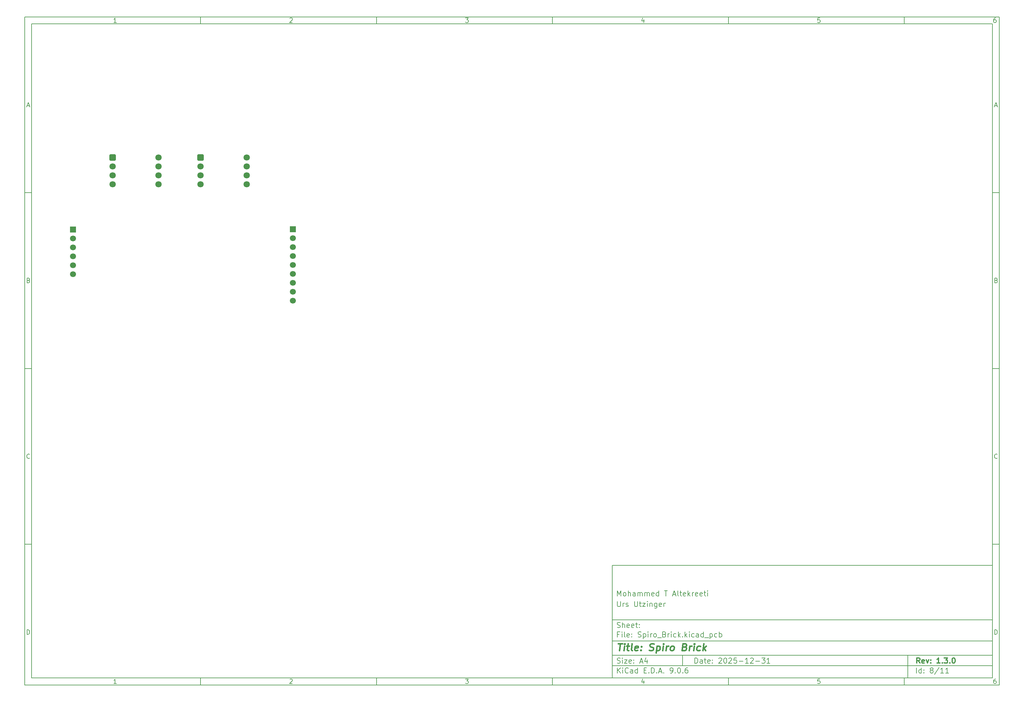
<source format=gbr>
%TF.GenerationSoftware,KiCad,Pcbnew,9.0.6-9.0.6~ubuntu22.04.1*%
%TF.CreationDate,2026-01-05T20:27:44-07:00*%
%TF.ProjectId,Spiro_Brick,53706972-6f5f-4427-9269-636b2e6b6963,1.3.0*%
%TF.SameCoordinates,Original*%
%TF.FileFunction,Soldermask,Bot*%
%TF.FilePolarity,Negative*%
%FSLAX46Y46*%
G04 Gerber Fmt 4.6, Leading zero omitted, Abs format (unit mm)*
G04 Created by KiCad (PCBNEW 9.0.6-9.0.6~ubuntu22.04.1) date 2026-01-05 20:27:44*
%MOMM*%
%LPD*%
G01*
G04 APERTURE LIST*
G04 Aperture macros list*
%AMRoundRect*
0 Rectangle with rounded corners*
0 $1 Rounding radius*
0 $2 $3 $4 $5 $6 $7 $8 $9 X,Y pos of 4 corners*
0 Add a 4 corners polygon primitive as box body*
4,1,4,$2,$3,$4,$5,$6,$7,$8,$9,$2,$3,0*
0 Add four circle primitives for the rounded corners*
1,1,$1+$1,$2,$3*
1,1,$1+$1,$4,$5*
1,1,$1+$1,$6,$7*
1,1,$1+$1,$8,$9*
0 Add four rect primitives between the rounded corners*
20,1,$1+$1,$2,$3,$4,$5,0*
20,1,$1+$1,$4,$5,$6,$7,0*
20,1,$1+$1,$6,$7,$8,$9,0*
20,1,$1+$1,$8,$9,$2,$3,0*%
G04 Aperture macros list end*
%ADD10C,0.100000*%
%ADD11C,0.150000*%
%ADD12C,0.300000*%
%ADD13C,0.400000*%
%ADD14RoundRect,0.281250X-0.618750X-0.618750X0.618750X-0.618750X0.618750X0.618750X-0.618750X0.618750X0*%
%ADD15C,1.800000*%
%ADD16R,1.700000X1.700000*%
%ADD17C,1.700000*%
G04 APERTURE END LIST*
D10*
D11*
X177002200Y-166007200D02*
X285002200Y-166007200D01*
X285002200Y-198007200D01*
X177002200Y-198007200D01*
X177002200Y-166007200D01*
D10*
D11*
X10000000Y-10000000D02*
X287002200Y-10000000D01*
X287002200Y-200007200D01*
X10000000Y-200007200D01*
X10000000Y-10000000D01*
D10*
D11*
X12000000Y-12000000D02*
X285002200Y-12000000D01*
X285002200Y-198007200D01*
X12000000Y-198007200D01*
X12000000Y-12000000D01*
D10*
D11*
X60000000Y-12000000D02*
X60000000Y-10000000D01*
D10*
D11*
X110000000Y-12000000D02*
X110000000Y-10000000D01*
D10*
D11*
X160000000Y-12000000D02*
X160000000Y-10000000D01*
D10*
D11*
X210000000Y-12000000D02*
X210000000Y-10000000D01*
D10*
D11*
X260000000Y-12000000D02*
X260000000Y-10000000D01*
D10*
D11*
X36089160Y-11593604D02*
X35346303Y-11593604D01*
X35717731Y-11593604D02*
X35717731Y-10293604D01*
X35717731Y-10293604D02*
X35593922Y-10479319D01*
X35593922Y-10479319D02*
X35470112Y-10603128D01*
X35470112Y-10603128D02*
X35346303Y-10665033D01*
D10*
D11*
X85346303Y-10417414D02*
X85408207Y-10355509D01*
X85408207Y-10355509D02*
X85532017Y-10293604D01*
X85532017Y-10293604D02*
X85841541Y-10293604D01*
X85841541Y-10293604D02*
X85965350Y-10355509D01*
X85965350Y-10355509D02*
X86027255Y-10417414D01*
X86027255Y-10417414D02*
X86089160Y-10541223D01*
X86089160Y-10541223D02*
X86089160Y-10665033D01*
X86089160Y-10665033D02*
X86027255Y-10850747D01*
X86027255Y-10850747D02*
X85284398Y-11593604D01*
X85284398Y-11593604D02*
X86089160Y-11593604D01*
D10*
D11*
X135284398Y-10293604D02*
X136089160Y-10293604D01*
X136089160Y-10293604D02*
X135655826Y-10788842D01*
X135655826Y-10788842D02*
X135841541Y-10788842D01*
X135841541Y-10788842D02*
X135965350Y-10850747D01*
X135965350Y-10850747D02*
X136027255Y-10912652D01*
X136027255Y-10912652D02*
X136089160Y-11036461D01*
X136089160Y-11036461D02*
X136089160Y-11345985D01*
X136089160Y-11345985D02*
X136027255Y-11469795D01*
X136027255Y-11469795D02*
X135965350Y-11531700D01*
X135965350Y-11531700D02*
X135841541Y-11593604D01*
X135841541Y-11593604D02*
X135470112Y-11593604D01*
X135470112Y-11593604D02*
X135346303Y-11531700D01*
X135346303Y-11531700D02*
X135284398Y-11469795D01*
D10*
D11*
X185965350Y-10726938D02*
X185965350Y-11593604D01*
X185655826Y-10231700D02*
X185346303Y-11160271D01*
X185346303Y-11160271D02*
X186151064Y-11160271D01*
D10*
D11*
X236027255Y-10293604D02*
X235408207Y-10293604D01*
X235408207Y-10293604D02*
X235346303Y-10912652D01*
X235346303Y-10912652D02*
X235408207Y-10850747D01*
X235408207Y-10850747D02*
X235532017Y-10788842D01*
X235532017Y-10788842D02*
X235841541Y-10788842D01*
X235841541Y-10788842D02*
X235965350Y-10850747D01*
X235965350Y-10850747D02*
X236027255Y-10912652D01*
X236027255Y-10912652D02*
X236089160Y-11036461D01*
X236089160Y-11036461D02*
X236089160Y-11345985D01*
X236089160Y-11345985D02*
X236027255Y-11469795D01*
X236027255Y-11469795D02*
X235965350Y-11531700D01*
X235965350Y-11531700D02*
X235841541Y-11593604D01*
X235841541Y-11593604D02*
X235532017Y-11593604D01*
X235532017Y-11593604D02*
X235408207Y-11531700D01*
X235408207Y-11531700D02*
X235346303Y-11469795D01*
D10*
D11*
X285965350Y-10293604D02*
X285717731Y-10293604D01*
X285717731Y-10293604D02*
X285593922Y-10355509D01*
X285593922Y-10355509D02*
X285532017Y-10417414D01*
X285532017Y-10417414D02*
X285408207Y-10603128D01*
X285408207Y-10603128D02*
X285346303Y-10850747D01*
X285346303Y-10850747D02*
X285346303Y-11345985D01*
X285346303Y-11345985D02*
X285408207Y-11469795D01*
X285408207Y-11469795D02*
X285470112Y-11531700D01*
X285470112Y-11531700D02*
X285593922Y-11593604D01*
X285593922Y-11593604D02*
X285841541Y-11593604D01*
X285841541Y-11593604D02*
X285965350Y-11531700D01*
X285965350Y-11531700D02*
X286027255Y-11469795D01*
X286027255Y-11469795D02*
X286089160Y-11345985D01*
X286089160Y-11345985D02*
X286089160Y-11036461D01*
X286089160Y-11036461D02*
X286027255Y-10912652D01*
X286027255Y-10912652D02*
X285965350Y-10850747D01*
X285965350Y-10850747D02*
X285841541Y-10788842D01*
X285841541Y-10788842D02*
X285593922Y-10788842D01*
X285593922Y-10788842D02*
X285470112Y-10850747D01*
X285470112Y-10850747D02*
X285408207Y-10912652D01*
X285408207Y-10912652D02*
X285346303Y-11036461D01*
D10*
D11*
X60000000Y-198007200D02*
X60000000Y-200007200D01*
D10*
D11*
X110000000Y-198007200D02*
X110000000Y-200007200D01*
D10*
D11*
X160000000Y-198007200D02*
X160000000Y-200007200D01*
D10*
D11*
X210000000Y-198007200D02*
X210000000Y-200007200D01*
D10*
D11*
X260000000Y-198007200D02*
X260000000Y-200007200D01*
D10*
D11*
X36089160Y-199600804D02*
X35346303Y-199600804D01*
X35717731Y-199600804D02*
X35717731Y-198300804D01*
X35717731Y-198300804D02*
X35593922Y-198486519D01*
X35593922Y-198486519D02*
X35470112Y-198610328D01*
X35470112Y-198610328D02*
X35346303Y-198672233D01*
D10*
D11*
X85346303Y-198424614D02*
X85408207Y-198362709D01*
X85408207Y-198362709D02*
X85532017Y-198300804D01*
X85532017Y-198300804D02*
X85841541Y-198300804D01*
X85841541Y-198300804D02*
X85965350Y-198362709D01*
X85965350Y-198362709D02*
X86027255Y-198424614D01*
X86027255Y-198424614D02*
X86089160Y-198548423D01*
X86089160Y-198548423D02*
X86089160Y-198672233D01*
X86089160Y-198672233D02*
X86027255Y-198857947D01*
X86027255Y-198857947D02*
X85284398Y-199600804D01*
X85284398Y-199600804D02*
X86089160Y-199600804D01*
D10*
D11*
X135284398Y-198300804D02*
X136089160Y-198300804D01*
X136089160Y-198300804D02*
X135655826Y-198796042D01*
X135655826Y-198796042D02*
X135841541Y-198796042D01*
X135841541Y-198796042D02*
X135965350Y-198857947D01*
X135965350Y-198857947D02*
X136027255Y-198919852D01*
X136027255Y-198919852D02*
X136089160Y-199043661D01*
X136089160Y-199043661D02*
X136089160Y-199353185D01*
X136089160Y-199353185D02*
X136027255Y-199476995D01*
X136027255Y-199476995D02*
X135965350Y-199538900D01*
X135965350Y-199538900D02*
X135841541Y-199600804D01*
X135841541Y-199600804D02*
X135470112Y-199600804D01*
X135470112Y-199600804D02*
X135346303Y-199538900D01*
X135346303Y-199538900D02*
X135284398Y-199476995D01*
D10*
D11*
X185965350Y-198734138D02*
X185965350Y-199600804D01*
X185655826Y-198238900D02*
X185346303Y-199167471D01*
X185346303Y-199167471D02*
X186151064Y-199167471D01*
D10*
D11*
X236027255Y-198300804D02*
X235408207Y-198300804D01*
X235408207Y-198300804D02*
X235346303Y-198919852D01*
X235346303Y-198919852D02*
X235408207Y-198857947D01*
X235408207Y-198857947D02*
X235532017Y-198796042D01*
X235532017Y-198796042D02*
X235841541Y-198796042D01*
X235841541Y-198796042D02*
X235965350Y-198857947D01*
X235965350Y-198857947D02*
X236027255Y-198919852D01*
X236027255Y-198919852D02*
X236089160Y-199043661D01*
X236089160Y-199043661D02*
X236089160Y-199353185D01*
X236089160Y-199353185D02*
X236027255Y-199476995D01*
X236027255Y-199476995D02*
X235965350Y-199538900D01*
X235965350Y-199538900D02*
X235841541Y-199600804D01*
X235841541Y-199600804D02*
X235532017Y-199600804D01*
X235532017Y-199600804D02*
X235408207Y-199538900D01*
X235408207Y-199538900D02*
X235346303Y-199476995D01*
D10*
D11*
X285965350Y-198300804D02*
X285717731Y-198300804D01*
X285717731Y-198300804D02*
X285593922Y-198362709D01*
X285593922Y-198362709D02*
X285532017Y-198424614D01*
X285532017Y-198424614D02*
X285408207Y-198610328D01*
X285408207Y-198610328D02*
X285346303Y-198857947D01*
X285346303Y-198857947D02*
X285346303Y-199353185D01*
X285346303Y-199353185D02*
X285408207Y-199476995D01*
X285408207Y-199476995D02*
X285470112Y-199538900D01*
X285470112Y-199538900D02*
X285593922Y-199600804D01*
X285593922Y-199600804D02*
X285841541Y-199600804D01*
X285841541Y-199600804D02*
X285965350Y-199538900D01*
X285965350Y-199538900D02*
X286027255Y-199476995D01*
X286027255Y-199476995D02*
X286089160Y-199353185D01*
X286089160Y-199353185D02*
X286089160Y-199043661D01*
X286089160Y-199043661D02*
X286027255Y-198919852D01*
X286027255Y-198919852D02*
X285965350Y-198857947D01*
X285965350Y-198857947D02*
X285841541Y-198796042D01*
X285841541Y-198796042D02*
X285593922Y-198796042D01*
X285593922Y-198796042D02*
X285470112Y-198857947D01*
X285470112Y-198857947D02*
X285408207Y-198919852D01*
X285408207Y-198919852D02*
X285346303Y-199043661D01*
D10*
D11*
X10000000Y-60000000D02*
X12000000Y-60000000D01*
D10*
D11*
X10000000Y-110000000D02*
X12000000Y-110000000D01*
D10*
D11*
X10000000Y-160000000D02*
X12000000Y-160000000D01*
D10*
D11*
X10690476Y-35222176D02*
X11309523Y-35222176D01*
X10566666Y-35593604D02*
X10999999Y-34293604D01*
X10999999Y-34293604D02*
X11433333Y-35593604D01*
D10*
D11*
X11092857Y-84912652D02*
X11278571Y-84974557D01*
X11278571Y-84974557D02*
X11340476Y-85036461D01*
X11340476Y-85036461D02*
X11402380Y-85160271D01*
X11402380Y-85160271D02*
X11402380Y-85345985D01*
X11402380Y-85345985D02*
X11340476Y-85469795D01*
X11340476Y-85469795D02*
X11278571Y-85531700D01*
X11278571Y-85531700D02*
X11154761Y-85593604D01*
X11154761Y-85593604D02*
X10659523Y-85593604D01*
X10659523Y-85593604D02*
X10659523Y-84293604D01*
X10659523Y-84293604D02*
X11092857Y-84293604D01*
X11092857Y-84293604D02*
X11216666Y-84355509D01*
X11216666Y-84355509D02*
X11278571Y-84417414D01*
X11278571Y-84417414D02*
X11340476Y-84541223D01*
X11340476Y-84541223D02*
X11340476Y-84665033D01*
X11340476Y-84665033D02*
X11278571Y-84788842D01*
X11278571Y-84788842D02*
X11216666Y-84850747D01*
X11216666Y-84850747D02*
X11092857Y-84912652D01*
X11092857Y-84912652D02*
X10659523Y-84912652D01*
D10*
D11*
X11402380Y-135469795D02*
X11340476Y-135531700D01*
X11340476Y-135531700D02*
X11154761Y-135593604D01*
X11154761Y-135593604D02*
X11030952Y-135593604D01*
X11030952Y-135593604D02*
X10845238Y-135531700D01*
X10845238Y-135531700D02*
X10721428Y-135407890D01*
X10721428Y-135407890D02*
X10659523Y-135284080D01*
X10659523Y-135284080D02*
X10597619Y-135036461D01*
X10597619Y-135036461D02*
X10597619Y-134850747D01*
X10597619Y-134850747D02*
X10659523Y-134603128D01*
X10659523Y-134603128D02*
X10721428Y-134479319D01*
X10721428Y-134479319D02*
X10845238Y-134355509D01*
X10845238Y-134355509D02*
X11030952Y-134293604D01*
X11030952Y-134293604D02*
X11154761Y-134293604D01*
X11154761Y-134293604D02*
X11340476Y-134355509D01*
X11340476Y-134355509D02*
X11402380Y-134417414D01*
D10*
D11*
X10659523Y-185593604D02*
X10659523Y-184293604D01*
X10659523Y-184293604D02*
X10969047Y-184293604D01*
X10969047Y-184293604D02*
X11154761Y-184355509D01*
X11154761Y-184355509D02*
X11278571Y-184479319D01*
X11278571Y-184479319D02*
X11340476Y-184603128D01*
X11340476Y-184603128D02*
X11402380Y-184850747D01*
X11402380Y-184850747D02*
X11402380Y-185036461D01*
X11402380Y-185036461D02*
X11340476Y-185284080D01*
X11340476Y-185284080D02*
X11278571Y-185407890D01*
X11278571Y-185407890D02*
X11154761Y-185531700D01*
X11154761Y-185531700D02*
X10969047Y-185593604D01*
X10969047Y-185593604D02*
X10659523Y-185593604D01*
D10*
D11*
X287002200Y-60000000D02*
X285002200Y-60000000D01*
D10*
D11*
X287002200Y-110000000D02*
X285002200Y-110000000D01*
D10*
D11*
X287002200Y-160000000D02*
X285002200Y-160000000D01*
D10*
D11*
X285692676Y-35222176D02*
X286311723Y-35222176D01*
X285568866Y-35593604D02*
X286002199Y-34293604D01*
X286002199Y-34293604D02*
X286435533Y-35593604D01*
D10*
D11*
X286095057Y-84912652D02*
X286280771Y-84974557D01*
X286280771Y-84974557D02*
X286342676Y-85036461D01*
X286342676Y-85036461D02*
X286404580Y-85160271D01*
X286404580Y-85160271D02*
X286404580Y-85345985D01*
X286404580Y-85345985D02*
X286342676Y-85469795D01*
X286342676Y-85469795D02*
X286280771Y-85531700D01*
X286280771Y-85531700D02*
X286156961Y-85593604D01*
X286156961Y-85593604D02*
X285661723Y-85593604D01*
X285661723Y-85593604D02*
X285661723Y-84293604D01*
X285661723Y-84293604D02*
X286095057Y-84293604D01*
X286095057Y-84293604D02*
X286218866Y-84355509D01*
X286218866Y-84355509D02*
X286280771Y-84417414D01*
X286280771Y-84417414D02*
X286342676Y-84541223D01*
X286342676Y-84541223D02*
X286342676Y-84665033D01*
X286342676Y-84665033D02*
X286280771Y-84788842D01*
X286280771Y-84788842D02*
X286218866Y-84850747D01*
X286218866Y-84850747D02*
X286095057Y-84912652D01*
X286095057Y-84912652D02*
X285661723Y-84912652D01*
D10*
D11*
X286404580Y-135469795D02*
X286342676Y-135531700D01*
X286342676Y-135531700D02*
X286156961Y-135593604D01*
X286156961Y-135593604D02*
X286033152Y-135593604D01*
X286033152Y-135593604D02*
X285847438Y-135531700D01*
X285847438Y-135531700D02*
X285723628Y-135407890D01*
X285723628Y-135407890D02*
X285661723Y-135284080D01*
X285661723Y-135284080D02*
X285599819Y-135036461D01*
X285599819Y-135036461D02*
X285599819Y-134850747D01*
X285599819Y-134850747D02*
X285661723Y-134603128D01*
X285661723Y-134603128D02*
X285723628Y-134479319D01*
X285723628Y-134479319D02*
X285847438Y-134355509D01*
X285847438Y-134355509D02*
X286033152Y-134293604D01*
X286033152Y-134293604D02*
X286156961Y-134293604D01*
X286156961Y-134293604D02*
X286342676Y-134355509D01*
X286342676Y-134355509D02*
X286404580Y-134417414D01*
D10*
D11*
X285661723Y-185593604D02*
X285661723Y-184293604D01*
X285661723Y-184293604D02*
X285971247Y-184293604D01*
X285971247Y-184293604D02*
X286156961Y-184355509D01*
X286156961Y-184355509D02*
X286280771Y-184479319D01*
X286280771Y-184479319D02*
X286342676Y-184603128D01*
X286342676Y-184603128D02*
X286404580Y-184850747D01*
X286404580Y-184850747D02*
X286404580Y-185036461D01*
X286404580Y-185036461D02*
X286342676Y-185284080D01*
X286342676Y-185284080D02*
X286280771Y-185407890D01*
X286280771Y-185407890D02*
X286156961Y-185531700D01*
X286156961Y-185531700D02*
X285971247Y-185593604D01*
X285971247Y-185593604D02*
X285661723Y-185593604D01*
D10*
D11*
X200458026Y-193793328D02*
X200458026Y-192293328D01*
X200458026Y-192293328D02*
X200815169Y-192293328D01*
X200815169Y-192293328D02*
X201029455Y-192364757D01*
X201029455Y-192364757D02*
X201172312Y-192507614D01*
X201172312Y-192507614D02*
X201243741Y-192650471D01*
X201243741Y-192650471D02*
X201315169Y-192936185D01*
X201315169Y-192936185D02*
X201315169Y-193150471D01*
X201315169Y-193150471D02*
X201243741Y-193436185D01*
X201243741Y-193436185D02*
X201172312Y-193579042D01*
X201172312Y-193579042D02*
X201029455Y-193721900D01*
X201029455Y-193721900D02*
X200815169Y-193793328D01*
X200815169Y-193793328D02*
X200458026Y-193793328D01*
X202600884Y-193793328D02*
X202600884Y-193007614D01*
X202600884Y-193007614D02*
X202529455Y-192864757D01*
X202529455Y-192864757D02*
X202386598Y-192793328D01*
X202386598Y-192793328D02*
X202100884Y-192793328D01*
X202100884Y-192793328D02*
X201958026Y-192864757D01*
X202600884Y-193721900D02*
X202458026Y-193793328D01*
X202458026Y-193793328D02*
X202100884Y-193793328D01*
X202100884Y-193793328D02*
X201958026Y-193721900D01*
X201958026Y-193721900D02*
X201886598Y-193579042D01*
X201886598Y-193579042D02*
X201886598Y-193436185D01*
X201886598Y-193436185D02*
X201958026Y-193293328D01*
X201958026Y-193293328D02*
X202100884Y-193221900D01*
X202100884Y-193221900D02*
X202458026Y-193221900D01*
X202458026Y-193221900D02*
X202600884Y-193150471D01*
X203100884Y-192793328D02*
X203672312Y-192793328D01*
X203315169Y-192293328D02*
X203315169Y-193579042D01*
X203315169Y-193579042D02*
X203386598Y-193721900D01*
X203386598Y-193721900D02*
X203529455Y-193793328D01*
X203529455Y-193793328D02*
X203672312Y-193793328D01*
X204743741Y-193721900D02*
X204600884Y-193793328D01*
X204600884Y-193793328D02*
X204315170Y-193793328D01*
X204315170Y-193793328D02*
X204172312Y-193721900D01*
X204172312Y-193721900D02*
X204100884Y-193579042D01*
X204100884Y-193579042D02*
X204100884Y-193007614D01*
X204100884Y-193007614D02*
X204172312Y-192864757D01*
X204172312Y-192864757D02*
X204315170Y-192793328D01*
X204315170Y-192793328D02*
X204600884Y-192793328D01*
X204600884Y-192793328D02*
X204743741Y-192864757D01*
X204743741Y-192864757D02*
X204815170Y-193007614D01*
X204815170Y-193007614D02*
X204815170Y-193150471D01*
X204815170Y-193150471D02*
X204100884Y-193293328D01*
X205458026Y-193650471D02*
X205529455Y-193721900D01*
X205529455Y-193721900D02*
X205458026Y-193793328D01*
X205458026Y-193793328D02*
X205386598Y-193721900D01*
X205386598Y-193721900D02*
X205458026Y-193650471D01*
X205458026Y-193650471D02*
X205458026Y-193793328D01*
X205458026Y-192864757D02*
X205529455Y-192936185D01*
X205529455Y-192936185D02*
X205458026Y-193007614D01*
X205458026Y-193007614D02*
X205386598Y-192936185D01*
X205386598Y-192936185D02*
X205458026Y-192864757D01*
X205458026Y-192864757D02*
X205458026Y-193007614D01*
X207243741Y-192436185D02*
X207315169Y-192364757D01*
X207315169Y-192364757D02*
X207458027Y-192293328D01*
X207458027Y-192293328D02*
X207815169Y-192293328D01*
X207815169Y-192293328D02*
X207958027Y-192364757D01*
X207958027Y-192364757D02*
X208029455Y-192436185D01*
X208029455Y-192436185D02*
X208100884Y-192579042D01*
X208100884Y-192579042D02*
X208100884Y-192721900D01*
X208100884Y-192721900D02*
X208029455Y-192936185D01*
X208029455Y-192936185D02*
X207172312Y-193793328D01*
X207172312Y-193793328D02*
X208100884Y-193793328D01*
X209029455Y-192293328D02*
X209172312Y-192293328D01*
X209172312Y-192293328D02*
X209315169Y-192364757D01*
X209315169Y-192364757D02*
X209386598Y-192436185D01*
X209386598Y-192436185D02*
X209458026Y-192579042D01*
X209458026Y-192579042D02*
X209529455Y-192864757D01*
X209529455Y-192864757D02*
X209529455Y-193221900D01*
X209529455Y-193221900D02*
X209458026Y-193507614D01*
X209458026Y-193507614D02*
X209386598Y-193650471D01*
X209386598Y-193650471D02*
X209315169Y-193721900D01*
X209315169Y-193721900D02*
X209172312Y-193793328D01*
X209172312Y-193793328D02*
X209029455Y-193793328D01*
X209029455Y-193793328D02*
X208886598Y-193721900D01*
X208886598Y-193721900D02*
X208815169Y-193650471D01*
X208815169Y-193650471D02*
X208743740Y-193507614D01*
X208743740Y-193507614D02*
X208672312Y-193221900D01*
X208672312Y-193221900D02*
X208672312Y-192864757D01*
X208672312Y-192864757D02*
X208743740Y-192579042D01*
X208743740Y-192579042D02*
X208815169Y-192436185D01*
X208815169Y-192436185D02*
X208886598Y-192364757D01*
X208886598Y-192364757D02*
X209029455Y-192293328D01*
X210100883Y-192436185D02*
X210172311Y-192364757D01*
X210172311Y-192364757D02*
X210315169Y-192293328D01*
X210315169Y-192293328D02*
X210672311Y-192293328D01*
X210672311Y-192293328D02*
X210815169Y-192364757D01*
X210815169Y-192364757D02*
X210886597Y-192436185D01*
X210886597Y-192436185D02*
X210958026Y-192579042D01*
X210958026Y-192579042D02*
X210958026Y-192721900D01*
X210958026Y-192721900D02*
X210886597Y-192936185D01*
X210886597Y-192936185D02*
X210029454Y-193793328D01*
X210029454Y-193793328D02*
X210958026Y-193793328D01*
X212315168Y-192293328D02*
X211600882Y-192293328D01*
X211600882Y-192293328D02*
X211529454Y-193007614D01*
X211529454Y-193007614D02*
X211600882Y-192936185D01*
X211600882Y-192936185D02*
X211743740Y-192864757D01*
X211743740Y-192864757D02*
X212100882Y-192864757D01*
X212100882Y-192864757D02*
X212243740Y-192936185D01*
X212243740Y-192936185D02*
X212315168Y-193007614D01*
X212315168Y-193007614D02*
X212386597Y-193150471D01*
X212386597Y-193150471D02*
X212386597Y-193507614D01*
X212386597Y-193507614D02*
X212315168Y-193650471D01*
X212315168Y-193650471D02*
X212243740Y-193721900D01*
X212243740Y-193721900D02*
X212100882Y-193793328D01*
X212100882Y-193793328D02*
X211743740Y-193793328D01*
X211743740Y-193793328D02*
X211600882Y-193721900D01*
X211600882Y-193721900D02*
X211529454Y-193650471D01*
X213029453Y-193221900D02*
X214172311Y-193221900D01*
X215672311Y-193793328D02*
X214815168Y-193793328D01*
X215243739Y-193793328D02*
X215243739Y-192293328D01*
X215243739Y-192293328D02*
X215100882Y-192507614D01*
X215100882Y-192507614D02*
X214958025Y-192650471D01*
X214958025Y-192650471D02*
X214815168Y-192721900D01*
X216243739Y-192436185D02*
X216315167Y-192364757D01*
X216315167Y-192364757D02*
X216458025Y-192293328D01*
X216458025Y-192293328D02*
X216815167Y-192293328D01*
X216815167Y-192293328D02*
X216958025Y-192364757D01*
X216958025Y-192364757D02*
X217029453Y-192436185D01*
X217029453Y-192436185D02*
X217100882Y-192579042D01*
X217100882Y-192579042D02*
X217100882Y-192721900D01*
X217100882Y-192721900D02*
X217029453Y-192936185D01*
X217029453Y-192936185D02*
X216172310Y-193793328D01*
X216172310Y-193793328D02*
X217100882Y-193793328D01*
X217743738Y-193221900D02*
X218886596Y-193221900D01*
X219458024Y-192293328D02*
X220386596Y-192293328D01*
X220386596Y-192293328D02*
X219886596Y-192864757D01*
X219886596Y-192864757D02*
X220100881Y-192864757D01*
X220100881Y-192864757D02*
X220243739Y-192936185D01*
X220243739Y-192936185D02*
X220315167Y-193007614D01*
X220315167Y-193007614D02*
X220386596Y-193150471D01*
X220386596Y-193150471D02*
X220386596Y-193507614D01*
X220386596Y-193507614D02*
X220315167Y-193650471D01*
X220315167Y-193650471D02*
X220243739Y-193721900D01*
X220243739Y-193721900D02*
X220100881Y-193793328D01*
X220100881Y-193793328D02*
X219672310Y-193793328D01*
X219672310Y-193793328D02*
X219529453Y-193721900D01*
X219529453Y-193721900D02*
X219458024Y-193650471D01*
X221815167Y-193793328D02*
X220958024Y-193793328D01*
X221386595Y-193793328D02*
X221386595Y-192293328D01*
X221386595Y-192293328D02*
X221243738Y-192507614D01*
X221243738Y-192507614D02*
X221100881Y-192650471D01*
X221100881Y-192650471D02*
X220958024Y-192721900D01*
D10*
D11*
X177002200Y-194507200D02*
X285002200Y-194507200D01*
D10*
D11*
X178458026Y-196593328D02*
X178458026Y-195093328D01*
X179315169Y-196593328D02*
X178672312Y-195736185D01*
X179315169Y-195093328D02*
X178458026Y-195950471D01*
X179958026Y-196593328D02*
X179958026Y-195593328D01*
X179958026Y-195093328D02*
X179886598Y-195164757D01*
X179886598Y-195164757D02*
X179958026Y-195236185D01*
X179958026Y-195236185D02*
X180029455Y-195164757D01*
X180029455Y-195164757D02*
X179958026Y-195093328D01*
X179958026Y-195093328D02*
X179958026Y-195236185D01*
X181529455Y-196450471D02*
X181458027Y-196521900D01*
X181458027Y-196521900D02*
X181243741Y-196593328D01*
X181243741Y-196593328D02*
X181100884Y-196593328D01*
X181100884Y-196593328D02*
X180886598Y-196521900D01*
X180886598Y-196521900D02*
X180743741Y-196379042D01*
X180743741Y-196379042D02*
X180672312Y-196236185D01*
X180672312Y-196236185D02*
X180600884Y-195950471D01*
X180600884Y-195950471D02*
X180600884Y-195736185D01*
X180600884Y-195736185D02*
X180672312Y-195450471D01*
X180672312Y-195450471D02*
X180743741Y-195307614D01*
X180743741Y-195307614D02*
X180886598Y-195164757D01*
X180886598Y-195164757D02*
X181100884Y-195093328D01*
X181100884Y-195093328D02*
X181243741Y-195093328D01*
X181243741Y-195093328D02*
X181458027Y-195164757D01*
X181458027Y-195164757D02*
X181529455Y-195236185D01*
X182815170Y-196593328D02*
X182815170Y-195807614D01*
X182815170Y-195807614D02*
X182743741Y-195664757D01*
X182743741Y-195664757D02*
X182600884Y-195593328D01*
X182600884Y-195593328D02*
X182315170Y-195593328D01*
X182315170Y-195593328D02*
X182172312Y-195664757D01*
X182815170Y-196521900D02*
X182672312Y-196593328D01*
X182672312Y-196593328D02*
X182315170Y-196593328D01*
X182315170Y-196593328D02*
X182172312Y-196521900D01*
X182172312Y-196521900D02*
X182100884Y-196379042D01*
X182100884Y-196379042D02*
X182100884Y-196236185D01*
X182100884Y-196236185D02*
X182172312Y-196093328D01*
X182172312Y-196093328D02*
X182315170Y-196021900D01*
X182315170Y-196021900D02*
X182672312Y-196021900D01*
X182672312Y-196021900D02*
X182815170Y-195950471D01*
X184172313Y-196593328D02*
X184172313Y-195093328D01*
X184172313Y-196521900D02*
X184029455Y-196593328D01*
X184029455Y-196593328D02*
X183743741Y-196593328D01*
X183743741Y-196593328D02*
X183600884Y-196521900D01*
X183600884Y-196521900D02*
X183529455Y-196450471D01*
X183529455Y-196450471D02*
X183458027Y-196307614D01*
X183458027Y-196307614D02*
X183458027Y-195879042D01*
X183458027Y-195879042D02*
X183529455Y-195736185D01*
X183529455Y-195736185D02*
X183600884Y-195664757D01*
X183600884Y-195664757D02*
X183743741Y-195593328D01*
X183743741Y-195593328D02*
X184029455Y-195593328D01*
X184029455Y-195593328D02*
X184172313Y-195664757D01*
X186029455Y-195807614D02*
X186529455Y-195807614D01*
X186743741Y-196593328D02*
X186029455Y-196593328D01*
X186029455Y-196593328D02*
X186029455Y-195093328D01*
X186029455Y-195093328D02*
X186743741Y-195093328D01*
X187386598Y-196450471D02*
X187458027Y-196521900D01*
X187458027Y-196521900D02*
X187386598Y-196593328D01*
X187386598Y-196593328D02*
X187315170Y-196521900D01*
X187315170Y-196521900D02*
X187386598Y-196450471D01*
X187386598Y-196450471D02*
X187386598Y-196593328D01*
X188100884Y-196593328D02*
X188100884Y-195093328D01*
X188100884Y-195093328D02*
X188458027Y-195093328D01*
X188458027Y-195093328D02*
X188672313Y-195164757D01*
X188672313Y-195164757D02*
X188815170Y-195307614D01*
X188815170Y-195307614D02*
X188886599Y-195450471D01*
X188886599Y-195450471D02*
X188958027Y-195736185D01*
X188958027Y-195736185D02*
X188958027Y-195950471D01*
X188958027Y-195950471D02*
X188886599Y-196236185D01*
X188886599Y-196236185D02*
X188815170Y-196379042D01*
X188815170Y-196379042D02*
X188672313Y-196521900D01*
X188672313Y-196521900D02*
X188458027Y-196593328D01*
X188458027Y-196593328D02*
X188100884Y-196593328D01*
X189600884Y-196450471D02*
X189672313Y-196521900D01*
X189672313Y-196521900D02*
X189600884Y-196593328D01*
X189600884Y-196593328D02*
X189529456Y-196521900D01*
X189529456Y-196521900D02*
X189600884Y-196450471D01*
X189600884Y-196450471D02*
X189600884Y-196593328D01*
X190243742Y-196164757D02*
X190958028Y-196164757D01*
X190100885Y-196593328D02*
X190600885Y-195093328D01*
X190600885Y-195093328D02*
X191100885Y-196593328D01*
X191600884Y-196450471D02*
X191672313Y-196521900D01*
X191672313Y-196521900D02*
X191600884Y-196593328D01*
X191600884Y-196593328D02*
X191529456Y-196521900D01*
X191529456Y-196521900D02*
X191600884Y-196450471D01*
X191600884Y-196450471D02*
X191600884Y-196593328D01*
X193529456Y-196593328D02*
X193815170Y-196593328D01*
X193815170Y-196593328D02*
X193958027Y-196521900D01*
X193958027Y-196521900D02*
X194029456Y-196450471D01*
X194029456Y-196450471D02*
X194172313Y-196236185D01*
X194172313Y-196236185D02*
X194243742Y-195950471D01*
X194243742Y-195950471D02*
X194243742Y-195379042D01*
X194243742Y-195379042D02*
X194172313Y-195236185D01*
X194172313Y-195236185D02*
X194100885Y-195164757D01*
X194100885Y-195164757D02*
X193958027Y-195093328D01*
X193958027Y-195093328D02*
X193672313Y-195093328D01*
X193672313Y-195093328D02*
X193529456Y-195164757D01*
X193529456Y-195164757D02*
X193458027Y-195236185D01*
X193458027Y-195236185D02*
X193386599Y-195379042D01*
X193386599Y-195379042D02*
X193386599Y-195736185D01*
X193386599Y-195736185D02*
X193458027Y-195879042D01*
X193458027Y-195879042D02*
X193529456Y-195950471D01*
X193529456Y-195950471D02*
X193672313Y-196021900D01*
X193672313Y-196021900D02*
X193958027Y-196021900D01*
X193958027Y-196021900D02*
X194100885Y-195950471D01*
X194100885Y-195950471D02*
X194172313Y-195879042D01*
X194172313Y-195879042D02*
X194243742Y-195736185D01*
X194886598Y-196450471D02*
X194958027Y-196521900D01*
X194958027Y-196521900D02*
X194886598Y-196593328D01*
X194886598Y-196593328D02*
X194815170Y-196521900D01*
X194815170Y-196521900D02*
X194886598Y-196450471D01*
X194886598Y-196450471D02*
X194886598Y-196593328D01*
X195886599Y-195093328D02*
X196029456Y-195093328D01*
X196029456Y-195093328D02*
X196172313Y-195164757D01*
X196172313Y-195164757D02*
X196243742Y-195236185D01*
X196243742Y-195236185D02*
X196315170Y-195379042D01*
X196315170Y-195379042D02*
X196386599Y-195664757D01*
X196386599Y-195664757D02*
X196386599Y-196021900D01*
X196386599Y-196021900D02*
X196315170Y-196307614D01*
X196315170Y-196307614D02*
X196243742Y-196450471D01*
X196243742Y-196450471D02*
X196172313Y-196521900D01*
X196172313Y-196521900D02*
X196029456Y-196593328D01*
X196029456Y-196593328D02*
X195886599Y-196593328D01*
X195886599Y-196593328D02*
X195743742Y-196521900D01*
X195743742Y-196521900D02*
X195672313Y-196450471D01*
X195672313Y-196450471D02*
X195600884Y-196307614D01*
X195600884Y-196307614D02*
X195529456Y-196021900D01*
X195529456Y-196021900D02*
X195529456Y-195664757D01*
X195529456Y-195664757D02*
X195600884Y-195379042D01*
X195600884Y-195379042D02*
X195672313Y-195236185D01*
X195672313Y-195236185D02*
X195743742Y-195164757D01*
X195743742Y-195164757D02*
X195886599Y-195093328D01*
X197029455Y-196450471D02*
X197100884Y-196521900D01*
X197100884Y-196521900D02*
X197029455Y-196593328D01*
X197029455Y-196593328D02*
X196958027Y-196521900D01*
X196958027Y-196521900D02*
X197029455Y-196450471D01*
X197029455Y-196450471D02*
X197029455Y-196593328D01*
X198386599Y-195093328D02*
X198100884Y-195093328D01*
X198100884Y-195093328D02*
X197958027Y-195164757D01*
X197958027Y-195164757D02*
X197886599Y-195236185D01*
X197886599Y-195236185D02*
X197743741Y-195450471D01*
X197743741Y-195450471D02*
X197672313Y-195736185D01*
X197672313Y-195736185D02*
X197672313Y-196307614D01*
X197672313Y-196307614D02*
X197743741Y-196450471D01*
X197743741Y-196450471D02*
X197815170Y-196521900D01*
X197815170Y-196521900D02*
X197958027Y-196593328D01*
X197958027Y-196593328D02*
X198243741Y-196593328D01*
X198243741Y-196593328D02*
X198386599Y-196521900D01*
X198386599Y-196521900D02*
X198458027Y-196450471D01*
X198458027Y-196450471D02*
X198529456Y-196307614D01*
X198529456Y-196307614D02*
X198529456Y-195950471D01*
X198529456Y-195950471D02*
X198458027Y-195807614D01*
X198458027Y-195807614D02*
X198386599Y-195736185D01*
X198386599Y-195736185D02*
X198243741Y-195664757D01*
X198243741Y-195664757D02*
X197958027Y-195664757D01*
X197958027Y-195664757D02*
X197815170Y-195736185D01*
X197815170Y-195736185D02*
X197743741Y-195807614D01*
X197743741Y-195807614D02*
X197672313Y-195950471D01*
D10*
D11*
X177002200Y-191507200D02*
X285002200Y-191507200D01*
D10*
D12*
X264413853Y-193785528D02*
X263913853Y-193071242D01*
X263556710Y-193785528D02*
X263556710Y-192285528D01*
X263556710Y-192285528D02*
X264128139Y-192285528D01*
X264128139Y-192285528D02*
X264270996Y-192356957D01*
X264270996Y-192356957D02*
X264342425Y-192428385D01*
X264342425Y-192428385D02*
X264413853Y-192571242D01*
X264413853Y-192571242D02*
X264413853Y-192785528D01*
X264413853Y-192785528D02*
X264342425Y-192928385D01*
X264342425Y-192928385D02*
X264270996Y-192999814D01*
X264270996Y-192999814D02*
X264128139Y-193071242D01*
X264128139Y-193071242D02*
X263556710Y-193071242D01*
X265628139Y-193714100D02*
X265485282Y-193785528D01*
X265485282Y-193785528D02*
X265199568Y-193785528D01*
X265199568Y-193785528D02*
X265056710Y-193714100D01*
X265056710Y-193714100D02*
X264985282Y-193571242D01*
X264985282Y-193571242D02*
X264985282Y-192999814D01*
X264985282Y-192999814D02*
X265056710Y-192856957D01*
X265056710Y-192856957D02*
X265199568Y-192785528D01*
X265199568Y-192785528D02*
X265485282Y-192785528D01*
X265485282Y-192785528D02*
X265628139Y-192856957D01*
X265628139Y-192856957D02*
X265699568Y-192999814D01*
X265699568Y-192999814D02*
X265699568Y-193142671D01*
X265699568Y-193142671D02*
X264985282Y-193285528D01*
X266199567Y-192785528D02*
X266556710Y-193785528D01*
X266556710Y-193785528D02*
X266913853Y-192785528D01*
X267485281Y-193642671D02*
X267556710Y-193714100D01*
X267556710Y-193714100D02*
X267485281Y-193785528D01*
X267485281Y-193785528D02*
X267413853Y-193714100D01*
X267413853Y-193714100D02*
X267485281Y-193642671D01*
X267485281Y-193642671D02*
X267485281Y-193785528D01*
X267485281Y-192856957D02*
X267556710Y-192928385D01*
X267556710Y-192928385D02*
X267485281Y-192999814D01*
X267485281Y-192999814D02*
X267413853Y-192928385D01*
X267413853Y-192928385D02*
X267485281Y-192856957D01*
X267485281Y-192856957D02*
X267485281Y-192999814D01*
X270128139Y-193785528D02*
X269270996Y-193785528D01*
X269699567Y-193785528D02*
X269699567Y-192285528D01*
X269699567Y-192285528D02*
X269556710Y-192499814D01*
X269556710Y-192499814D02*
X269413853Y-192642671D01*
X269413853Y-192642671D02*
X269270996Y-192714100D01*
X270770995Y-193642671D02*
X270842424Y-193714100D01*
X270842424Y-193714100D02*
X270770995Y-193785528D01*
X270770995Y-193785528D02*
X270699567Y-193714100D01*
X270699567Y-193714100D02*
X270770995Y-193642671D01*
X270770995Y-193642671D02*
X270770995Y-193785528D01*
X271342424Y-192285528D02*
X272270996Y-192285528D01*
X272270996Y-192285528D02*
X271770996Y-192856957D01*
X271770996Y-192856957D02*
X271985281Y-192856957D01*
X271985281Y-192856957D02*
X272128139Y-192928385D01*
X272128139Y-192928385D02*
X272199567Y-192999814D01*
X272199567Y-192999814D02*
X272270996Y-193142671D01*
X272270996Y-193142671D02*
X272270996Y-193499814D01*
X272270996Y-193499814D02*
X272199567Y-193642671D01*
X272199567Y-193642671D02*
X272128139Y-193714100D01*
X272128139Y-193714100D02*
X271985281Y-193785528D01*
X271985281Y-193785528D02*
X271556710Y-193785528D01*
X271556710Y-193785528D02*
X271413853Y-193714100D01*
X271413853Y-193714100D02*
X271342424Y-193642671D01*
X272913852Y-193642671D02*
X272985281Y-193714100D01*
X272985281Y-193714100D02*
X272913852Y-193785528D01*
X272913852Y-193785528D02*
X272842424Y-193714100D01*
X272842424Y-193714100D02*
X272913852Y-193642671D01*
X272913852Y-193642671D02*
X272913852Y-193785528D01*
X273913853Y-192285528D02*
X274056710Y-192285528D01*
X274056710Y-192285528D02*
X274199567Y-192356957D01*
X274199567Y-192356957D02*
X274270996Y-192428385D01*
X274270996Y-192428385D02*
X274342424Y-192571242D01*
X274342424Y-192571242D02*
X274413853Y-192856957D01*
X274413853Y-192856957D02*
X274413853Y-193214100D01*
X274413853Y-193214100D02*
X274342424Y-193499814D01*
X274342424Y-193499814D02*
X274270996Y-193642671D01*
X274270996Y-193642671D02*
X274199567Y-193714100D01*
X274199567Y-193714100D02*
X274056710Y-193785528D01*
X274056710Y-193785528D02*
X273913853Y-193785528D01*
X273913853Y-193785528D02*
X273770996Y-193714100D01*
X273770996Y-193714100D02*
X273699567Y-193642671D01*
X273699567Y-193642671D02*
X273628138Y-193499814D01*
X273628138Y-193499814D02*
X273556710Y-193214100D01*
X273556710Y-193214100D02*
X273556710Y-192856957D01*
X273556710Y-192856957D02*
X273628138Y-192571242D01*
X273628138Y-192571242D02*
X273699567Y-192428385D01*
X273699567Y-192428385D02*
X273770996Y-192356957D01*
X273770996Y-192356957D02*
X273913853Y-192285528D01*
D10*
D11*
X178386598Y-193721900D02*
X178600884Y-193793328D01*
X178600884Y-193793328D02*
X178958026Y-193793328D01*
X178958026Y-193793328D02*
X179100884Y-193721900D01*
X179100884Y-193721900D02*
X179172312Y-193650471D01*
X179172312Y-193650471D02*
X179243741Y-193507614D01*
X179243741Y-193507614D02*
X179243741Y-193364757D01*
X179243741Y-193364757D02*
X179172312Y-193221900D01*
X179172312Y-193221900D02*
X179100884Y-193150471D01*
X179100884Y-193150471D02*
X178958026Y-193079042D01*
X178958026Y-193079042D02*
X178672312Y-193007614D01*
X178672312Y-193007614D02*
X178529455Y-192936185D01*
X178529455Y-192936185D02*
X178458026Y-192864757D01*
X178458026Y-192864757D02*
X178386598Y-192721900D01*
X178386598Y-192721900D02*
X178386598Y-192579042D01*
X178386598Y-192579042D02*
X178458026Y-192436185D01*
X178458026Y-192436185D02*
X178529455Y-192364757D01*
X178529455Y-192364757D02*
X178672312Y-192293328D01*
X178672312Y-192293328D02*
X179029455Y-192293328D01*
X179029455Y-192293328D02*
X179243741Y-192364757D01*
X179886597Y-193793328D02*
X179886597Y-192793328D01*
X179886597Y-192293328D02*
X179815169Y-192364757D01*
X179815169Y-192364757D02*
X179886597Y-192436185D01*
X179886597Y-192436185D02*
X179958026Y-192364757D01*
X179958026Y-192364757D02*
X179886597Y-192293328D01*
X179886597Y-192293328D02*
X179886597Y-192436185D01*
X180458026Y-192793328D02*
X181243741Y-192793328D01*
X181243741Y-192793328D02*
X180458026Y-193793328D01*
X180458026Y-193793328D02*
X181243741Y-193793328D01*
X182386598Y-193721900D02*
X182243741Y-193793328D01*
X182243741Y-193793328D02*
X181958027Y-193793328D01*
X181958027Y-193793328D02*
X181815169Y-193721900D01*
X181815169Y-193721900D02*
X181743741Y-193579042D01*
X181743741Y-193579042D02*
X181743741Y-193007614D01*
X181743741Y-193007614D02*
X181815169Y-192864757D01*
X181815169Y-192864757D02*
X181958027Y-192793328D01*
X181958027Y-192793328D02*
X182243741Y-192793328D01*
X182243741Y-192793328D02*
X182386598Y-192864757D01*
X182386598Y-192864757D02*
X182458027Y-193007614D01*
X182458027Y-193007614D02*
X182458027Y-193150471D01*
X182458027Y-193150471D02*
X181743741Y-193293328D01*
X183100883Y-193650471D02*
X183172312Y-193721900D01*
X183172312Y-193721900D02*
X183100883Y-193793328D01*
X183100883Y-193793328D02*
X183029455Y-193721900D01*
X183029455Y-193721900D02*
X183100883Y-193650471D01*
X183100883Y-193650471D02*
X183100883Y-193793328D01*
X183100883Y-192864757D02*
X183172312Y-192936185D01*
X183172312Y-192936185D02*
X183100883Y-193007614D01*
X183100883Y-193007614D02*
X183029455Y-192936185D01*
X183029455Y-192936185D02*
X183100883Y-192864757D01*
X183100883Y-192864757D02*
X183100883Y-193007614D01*
X184886598Y-193364757D02*
X185600884Y-193364757D01*
X184743741Y-193793328D02*
X185243741Y-192293328D01*
X185243741Y-192293328D02*
X185743741Y-193793328D01*
X186886598Y-192793328D02*
X186886598Y-193793328D01*
X186529455Y-192221900D02*
X186172312Y-193293328D01*
X186172312Y-193293328D02*
X187100883Y-193293328D01*
D10*
D11*
X263458026Y-196593328D02*
X263458026Y-195093328D01*
X264815170Y-196593328D02*
X264815170Y-195093328D01*
X264815170Y-196521900D02*
X264672312Y-196593328D01*
X264672312Y-196593328D02*
X264386598Y-196593328D01*
X264386598Y-196593328D02*
X264243741Y-196521900D01*
X264243741Y-196521900D02*
X264172312Y-196450471D01*
X264172312Y-196450471D02*
X264100884Y-196307614D01*
X264100884Y-196307614D02*
X264100884Y-195879042D01*
X264100884Y-195879042D02*
X264172312Y-195736185D01*
X264172312Y-195736185D02*
X264243741Y-195664757D01*
X264243741Y-195664757D02*
X264386598Y-195593328D01*
X264386598Y-195593328D02*
X264672312Y-195593328D01*
X264672312Y-195593328D02*
X264815170Y-195664757D01*
X265529455Y-196450471D02*
X265600884Y-196521900D01*
X265600884Y-196521900D02*
X265529455Y-196593328D01*
X265529455Y-196593328D02*
X265458027Y-196521900D01*
X265458027Y-196521900D02*
X265529455Y-196450471D01*
X265529455Y-196450471D02*
X265529455Y-196593328D01*
X265529455Y-195664757D02*
X265600884Y-195736185D01*
X265600884Y-195736185D02*
X265529455Y-195807614D01*
X265529455Y-195807614D02*
X265458027Y-195736185D01*
X265458027Y-195736185D02*
X265529455Y-195664757D01*
X265529455Y-195664757D02*
X265529455Y-195807614D01*
X267600884Y-195736185D02*
X267458027Y-195664757D01*
X267458027Y-195664757D02*
X267386598Y-195593328D01*
X267386598Y-195593328D02*
X267315170Y-195450471D01*
X267315170Y-195450471D02*
X267315170Y-195379042D01*
X267315170Y-195379042D02*
X267386598Y-195236185D01*
X267386598Y-195236185D02*
X267458027Y-195164757D01*
X267458027Y-195164757D02*
X267600884Y-195093328D01*
X267600884Y-195093328D02*
X267886598Y-195093328D01*
X267886598Y-195093328D02*
X268029456Y-195164757D01*
X268029456Y-195164757D02*
X268100884Y-195236185D01*
X268100884Y-195236185D02*
X268172313Y-195379042D01*
X268172313Y-195379042D02*
X268172313Y-195450471D01*
X268172313Y-195450471D02*
X268100884Y-195593328D01*
X268100884Y-195593328D02*
X268029456Y-195664757D01*
X268029456Y-195664757D02*
X267886598Y-195736185D01*
X267886598Y-195736185D02*
X267600884Y-195736185D01*
X267600884Y-195736185D02*
X267458027Y-195807614D01*
X267458027Y-195807614D02*
X267386598Y-195879042D01*
X267386598Y-195879042D02*
X267315170Y-196021900D01*
X267315170Y-196021900D02*
X267315170Y-196307614D01*
X267315170Y-196307614D02*
X267386598Y-196450471D01*
X267386598Y-196450471D02*
X267458027Y-196521900D01*
X267458027Y-196521900D02*
X267600884Y-196593328D01*
X267600884Y-196593328D02*
X267886598Y-196593328D01*
X267886598Y-196593328D02*
X268029456Y-196521900D01*
X268029456Y-196521900D02*
X268100884Y-196450471D01*
X268100884Y-196450471D02*
X268172313Y-196307614D01*
X268172313Y-196307614D02*
X268172313Y-196021900D01*
X268172313Y-196021900D02*
X268100884Y-195879042D01*
X268100884Y-195879042D02*
X268029456Y-195807614D01*
X268029456Y-195807614D02*
X267886598Y-195736185D01*
X269886598Y-195021900D02*
X268600884Y-196950471D01*
X271172313Y-196593328D02*
X270315170Y-196593328D01*
X270743741Y-196593328D02*
X270743741Y-195093328D01*
X270743741Y-195093328D02*
X270600884Y-195307614D01*
X270600884Y-195307614D02*
X270458027Y-195450471D01*
X270458027Y-195450471D02*
X270315170Y-195521900D01*
X272600884Y-196593328D02*
X271743741Y-196593328D01*
X272172312Y-196593328D02*
X272172312Y-195093328D01*
X272172312Y-195093328D02*
X272029455Y-195307614D01*
X272029455Y-195307614D02*
X271886598Y-195450471D01*
X271886598Y-195450471D02*
X271743741Y-195521900D01*
D10*
D11*
X177002200Y-187507200D02*
X285002200Y-187507200D01*
D10*
D13*
X178693928Y-188211638D02*
X179836785Y-188211638D01*
X179015357Y-190211638D02*
X179265357Y-188211638D01*
X180253452Y-190211638D02*
X180420119Y-188878304D01*
X180503452Y-188211638D02*
X180396309Y-188306876D01*
X180396309Y-188306876D02*
X180479643Y-188402114D01*
X180479643Y-188402114D02*
X180586786Y-188306876D01*
X180586786Y-188306876D02*
X180503452Y-188211638D01*
X180503452Y-188211638D02*
X180479643Y-188402114D01*
X181086786Y-188878304D02*
X181848690Y-188878304D01*
X181455833Y-188211638D02*
X181241548Y-189925923D01*
X181241548Y-189925923D02*
X181312976Y-190116400D01*
X181312976Y-190116400D02*
X181491548Y-190211638D01*
X181491548Y-190211638D02*
X181682024Y-190211638D01*
X182634405Y-190211638D02*
X182455833Y-190116400D01*
X182455833Y-190116400D02*
X182384405Y-189925923D01*
X182384405Y-189925923D02*
X182598690Y-188211638D01*
X184170119Y-190116400D02*
X183967738Y-190211638D01*
X183967738Y-190211638D02*
X183586785Y-190211638D01*
X183586785Y-190211638D02*
X183408214Y-190116400D01*
X183408214Y-190116400D02*
X183336785Y-189925923D01*
X183336785Y-189925923D02*
X183432024Y-189164019D01*
X183432024Y-189164019D02*
X183551071Y-188973542D01*
X183551071Y-188973542D02*
X183753452Y-188878304D01*
X183753452Y-188878304D02*
X184134404Y-188878304D01*
X184134404Y-188878304D02*
X184312976Y-188973542D01*
X184312976Y-188973542D02*
X184384404Y-189164019D01*
X184384404Y-189164019D02*
X184360595Y-189354495D01*
X184360595Y-189354495D02*
X183384404Y-189544971D01*
X185134405Y-190021161D02*
X185217738Y-190116400D01*
X185217738Y-190116400D02*
X185110595Y-190211638D01*
X185110595Y-190211638D02*
X185027262Y-190116400D01*
X185027262Y-190116400D02*
X185134405Y-190021161D01*
X185134405Y-190021161D02*
X185110595Y-190211638D01*
X185265357Y-188973542D02*
X185348690Y-189068780D01*
X185348690Y-189068780D02*
X185241548Y-189164019D01*
X185241548Y-189164019D02*
X185158214Y-189068780D01*
X185158214Y-189068780D02*
X185265357Y-188973542D01*
X185265357Y-188973542D02*
X185241548Y-189164019D01*
X187503453Y-190116400D02*
X187777262Y-190211638D01*
X187777262Y-190211638D02*
X188253453Y-190211638D01*
X188253453Y-190211638D02*
X188455834Y-190116400D01*
X188455834Y-190116400D02*
X188562977Y-190021161D01*
X188562977Y-190021161D02*
X188682024Y-189830685D01*
X188682024Y-189830685D02*
X188705834Y-189640209D01*
X188705834Y-189640209D02*
X188634405Y-189449733D01*
X188634405Y-189449733D02*
X188551072Y-189354495D01*
X188551072Y-189354495D02*
X188372501Y-189259257D01*
X188372501Y-189259257D02*
X188003453Y-189164019D01*
X188003453Y-189164019D02*
X187824881Y-189068780D01*
X187824881Y-189068780D02*
X187741548Y-188973542D01*
X187741548Y-188973542D02*
X187670120Y-188783066D01*
X187670120Y-188783066D02*
X187693929Y-188592590D01*
X187693929Y-188592590D02*
X187812977Y-188402114D01*
X187812977Y-188402114D02*
X187920120Y-188306876D01*
X187920120Y-188306876D02*
X188122501Y-188211638D01*
X188122501Y-188211638D02*
X188598691Y-188211638D01*
X188598691Y-188211638D02*
X188872501Y-188306876D01*
X189658215Y-188878304D02*
X189408215Y-190878304D01*
X189646310Y-188973542D02*
X189848691Y-188878304D01*
X189848691Y-188878304D02*
X190229643Y-188878304D01*
X190229643Y-188878304D02*
X190408215Y-188973542D01*
X190408215Y-188973542D02*
X190491548Y-189068780D01*
X190491548Y-189068780D02*
X190562977Y-189259257D01*
X190562977Y-189259257D02*
X190491548Y-189830685D01*
X190491548Y-189830685D02*
X190372501Y-190021161D01*
X190372501Y-190021161D02*
X190265358Y-190116400D01*
X190265358Y-190116400D02*
X190062977Y-190211638D01*
X190062977Y-190211638D02*
X189682024Y-190211638D01*
X189682024Y-190211638D02*
X189503453Y-190116400D01*
X191301072Y-190211638D02*
X191467739Y-188878304D01*
X191551072Y-188211638D02*
X191443929Y-188306876D01*
X191443929Y-188306876D02*
X191527263Y-188402114D01*
X191527263Y-188402114D02*
X191634406Y-188306876D01*
X191634406Y-188306876D02*
X191551072Y-188211638D01*
X191551072Y-188211638D02*
X191527263Y-188402114D01*
X192253453Y-190211638D02*
X192420120Y-188878304D01*
X192372501Y-189259257D02*
X192491548Y-189068780D01*
X192491548Y-189068780D02*
X192598691Y-188973542D01*
X192598691Y-188973542D02*
X192801072Y-188878304D01*
X192801072Y-188878304D02*
X192991548Y-188878304D01*
X193777263Y-190211638D02*
X193598691Y-190116400D01*
X193598691Y-190116400D02*
X193515358Y-190021161D01*
X193515358Y-190021161D02*
X193443929Y-189830685D01*
X193443929Y-189830685D02*
X193515358Y-189259257D01*
X193515358Y-189259257D02*
X193634405Y-189068780D01*
X193634405Y-189068780D02*
X193741548Y-188973542D01*
X193741548Y-188973542D02*
X193943929Y-188878304D01*
X193943929Y-188878304D02*
X194229643Y-188878304D01*
X194229643Y-188878304D02*
X194408215Y-188973542D01*
X194408215Y-188973542D02*
X194491548Y-189068780D01*
X194491548Y-189068780D02*
X194562977Y-189259257D01*
X194562977Y-189259257D02*
X194491548Y-189830685D01*
X194491548Y-189830685D02*
X194372501Y-190021161D01*
X194372501Y-190021161D02*
X194265358Y-190116400D01*
X194265358Y-190116400D02*
X194062977Y-190211638D01*
X194062977Y-190211638D02*
X193777263Y-190211638D01*
X197622501Y-189164019D02*
X197896311Y-189259257D01*
X197896311Y-189259257D02*
X197979644Y-189354495D01*
X197979644Y-189354495D02*
X198051073Y-189544971D01*
X198051073Y-189544971D02*
X198015358Y-189830685D01*
X198015358Y-189830685D02*
X197896311Y-190021161D01*
X197896311Y-190021161D02*
X197789168Y-190116400D01*
X197789168Y-190116400D02*
X197586787Y-190211638D01*
X197586787Y-190211638D02*
X196824882Y-190211638D01*
X196824882Y-190211638D02*
X197074882Y-188211638D01*
X197074882Y-188211638D02*
X197741549Y-188211638D01*
X197741549Y-188211638D02*
X197920120Y-188306876D01*
X197920120Y-188306876D02*
X198003454Y-188402114D01*
X198003454Y-188402114D02*
X198074882Y-188592590D01*
X198074882Y-188592590D02*
X198051073Y-188783066D01*
X198051073Y-188783066D02*
X197932025Y-188973542D01*
X197932025Y-188973542D02*
X197824882Y-189068780D01*
X197824882Y-189068780D02*
X197622501Y-189164019D01*
X197622501Y-189164019D02*
X196955835Y-189164019D01*
X198824882Y-190211638D02*
X198991549Y-188878304D01*
X198943930Y-189259257D02*
X199062977Y-189068780D01*
X199062977Y-189068780D02*
X199170120Y-188973542D01*
X199170120Y-188973542D02*
X199372501Y-188878304D01*
X199372501Y-188878304D02*
X199562977Y-188878304D01*
X200062977Y-190211638D02*
X200229644Y-188878304D01*
X200312977Y-188211638D02*
X200205834Y-188306876D01*
X200205834Y-188306876D02*
X200289168Y-188402114D01*
X200289168Y-188402114D02*
X200396311Y-188306876D01*
X200396311Y-188306876D02*
X200312977Y-188211638D01*
X200312977Y-188211638D02*
X200289168Y-188402114D01*
X201884406Y-190116400D02*
X201682025Y-190211638D01*
X201682025Y-190211638D02*
X201301073Y-190211638D01*
X201301073Y-190211638D02*
X201122501Y-190116400D01*
X201122501Y-190116400D02*
X201039168Y-190021161D01*
X201039168Y-190021161D02*
X200967739Y-189830685D01*
X200967739Y-189830685D02*
X201039168Y-189259257D01*
X201039168Y-189259257D02*
X201158215Y-189068780D01*
X201158215Y-189068780D02*
X201265358Y-188973542D01*
X201265358Y-188973542D02*
X201467739Y-188878304D01*
X201467739Y-188878304D02*
X201848692Y-188878304D01*
X201848692Y-188878304D02*
X202027263Y-188973542D01*
X202729644Y-190211638D02*
X202979644Y-188211638D01*
X203015359Y-189449733D02*
X203491549Y-190211638D01*
X203658216Y-188878304D02*
X202801073Y-189640209D01*
D10*
D11*
X178958026Y-185607614D02*
X178458026Y-185607614D01*
X178458026Y-186393328D02*
X178458026Y-184893328D01*
X178458026Y-184893328D02*
X179172312Y-184893328D01*
X179743740Y-186393328D02*
X179743740Y-185393328D01*
X179743740Y-184893328D02*
X179672312Y-184964757D01*
X179672312Y-184964757D02*
X179743740Y-185036185D01*
X179743740Y-185036185D02*
X179815169Y-184964757D01*
X179815169Y-184964757D02*
X179743740Y-184893328D01*
X179743740Y-184893328D02*
X179743740Y-185036185D01*
X180672312Y-186393328D02*
X180529455Y-186321900D01*
X180529455Y-186321900D02*
X180458026Y-186179042D01*
X180458026Y-186179042D02*
X180458026Y-184893328D01*
X181815169Y-186321900D02*
X181672312Y-186393328D01*
X181672312Y-186393328D02*
X181386598Y-186393328D01*
X181386598Y-186393328D02*
X181243740Y-186321900D01*
X181243740Y-186321900D02*
X181172312Y-186179042D01*
X181172312Y-186179042D02*
X181172312Y-185607614D01*
X181172312Y-185607614D02*
X181243740Y-185464757D01*
X181243740Y-185464757D02*
X181386598Y-185393328D01*
X181386598Y-185393328D02*
X181672312Y-185393328D01*
X181672312Y-185393328D02*
X181815169Y-185464757D01*
X181815169Y-185464757D02*
X181886598Y-185607614D01*
X181886598Y-185607614D02*
X181886598Y-185750471D01*
X181886598Y-185750471D02*
X181172312Y-185893328D01*
X182529454Y-186250471D02*
X182600883Y-186321900D01*
X182600883Y-186321900D02*
X182529454Y-186393328D01*
X182529454Y-186393328D02*
X182458026Y-186321900D01*
X182458026Y-186321900D02*
X182529454Y-186250471D01*
X182529454Y-186250471D02*
X182529454Y-186393328D01*
X182529454Y-185464757D02*
X182600883Y-185536185D01*
X182600883Y-185536185D02*
X182529454Y-185607614D01*
X182529454Y-185607614D02*
X182458026Y-185536185D01*
X182458026Y-185536185D02*
X182529454Y-185464757D01*
X182529454Y-185464757D02*
X182529454Y-185607614D01*
X184315169Y-186321900D02*
X184529455Y-186393328D01*
X184529455Y-186393328D02*
X184886597Y-186393328D01*
X184886597Y-186393328D02*
X185029455Y-186321900D01*
X185029455Y-186321900D02*
X185100883Y-186250471D01*
X185100883Y-186250471D02*
X185172312Y-186107614D01*
X185172312Y-186107614D02*
X185172312Y-185964757D01*
X185172312Y-185964757D02*
X185100883Y-185821900D01*
X185100883Y-185821900D02*
X185029455Y-185750471D01*
X185029455Y-185750471D02*
X184886597Y-185679042D01*
X184886597Y-185679042D02*
X184600883Y-185607614D01*
X184600883Y-185607614D02*
X184458026Y-185536185D01*
X184458026Y-185536185D02*
X184386597Y-185464757D01*
X184386597Y-185464757D02*
X184315169Y-185321900D01*
X184315169Y-185321900D02*
X184315169Y-185179042D01*
X184315169Y-185179042D02*
X184386597Y-185036185D01*
X184386597Y-185036185D02*
X184458026Y-184964757D01*
X184458026Y-184964757D02*
X184600883Y-184893328D01*
X184600883Y-184893328D02*
X184958026Y-184893328D01*
X184958026Y-184893328D02*
X185172312Y-184964757D01*
X185815168Y-185393328D02*
X185815168Y-186893328D01*
X185815168Y-185464757D02*
X185958026Y-185393328D01*
X185958026Y-185393328D02*
X186243740Y-185393328D01*
X186243740Y-185393328D02*
X186386597Y-185464757D01*
X186386597Y-185464757D02*
X186458026Y-185536185D01*
X186458026Y-185536185D02*
X186529454Y-185679042D01*
X186529454Y-185679042D02*
X186529454Y-186107614D01*
X186529454Y-186107614D02*
X186458026Y-186250471D01*
X186458026Y-186250471D02*
X186386597Y-186321900D01*
X186386597Y-186321900D02*
X186243740Y-186393328D01*
X186243740Y-186393328D02*
X185958026Y-186393328D01*
X185958026Y-186393328D02*
X185815168Y-186321900D01*
X187172311Y-186393328D02*
X187172311Y-185393328D01*
X187172311Y-184893328D02*
X187100883Y-184964757D01*
X187100883Y-184964757D02*
X187172311Y-185036185D01*
X187172311Y-185036185D02*
X187243740Y-184964757D01*
X187243740Y-184964757D02*
X187172311Y-184893328D01*
X187172311Y-184893328D02*
X187172311Y-185036185D01*
X187886597Y-186393328D02*
X187886597Y-185393328D01*
X187886597Y-185679042D02*
X187958026Y-185536185D01*
X187958026Y-185536185D02*
X188029455Y-185464757D01*
X188029455Y-185464757D02*
X188172312Y-185393328D01*
X188172312Y-185393328D02*
X188315169Y-185393328D01*
X189029454Y-186393328D02*
X188886597Y-186321900D01*
X188886597Y-186321900D02*
X188815168Y-186250471D01*
X188815168Y-186250471D02*
X188743740Y-186107614D01*
X188743740Y-186107614D02*
X188743740Y-185679042D01*
X188743740Y-185679042D02*
X188815168Y-185536185D01*
X188815168Y-185536185D02*
X188886597Y-185464757D01*
X188886597Y-185464757D02*
X189029454Y-185393328D01*
X189029454Y-185393328D02*
X189243740Y-185393328D01*
X189243740Y-185393328D02*
X189386597Y-185464757D01*
X189386597Y-185464757D02*
X189458026Y-185536185D01*
X189458026Y-185536185D02*
X189529454Y-185679042D01*
X189529454Y-185679042D02*
X189529454Y-186107614D01*
X189529454Y-186107614D02*
X189458026Y-186250471D01*
X189458026Y-186250471D02*
X189386597Y-186321900D01*
X189386597Y-186321900D02*
X189243740Y-186393328D01*
X189243740Y-186393328D02*
X189029454Y-186393328D01*
X189815169Y-186536185D02*
X190958026Y-186536185D01*
X191815168Y-185607614D02*
X192029454Y-185679042D01*
X192029454Y-185679042D02*
X192100883Y-185750471D01*
X192100883Y-185750471D02*
X192172311Y-185893328D01*
X192172311Y-185893328D02*
X192172311Y-186107614D01*
X192172311Y-186107614D02*
X192100883Y-186250471D01*
X192100883Y-186250471D02*
X192029454Y-186321900D01*
X192029454Y-186321900D02*
X191886597Y-186393328D01*
X191886597Y-186393328D02*
X191315168Y-186393328D01*
X191315168Y-186393328D02*
X191315168Y-184893328D01*
X191315168Y-184893328D02*
X191815168Y-184893328D01*
X191815168Y-184893328D02*
X191958026Y-184964757D01*
X191958026Y-184964757D02*
X192029454Y-185036185D01*
X192029454Y-185036185D02*
X192100883Y-185179042D01*
X192100883Y-185179042D02*
X192100883Y-185321900D01*
X192100883Y-185321900D02*
X192029454Y-185464757D01*
X192029454Y-185464757D02*
X191958026Y-185536185D01*
X191958026Y-185536185D02*
X191815168Y-185607614D01*
X191815168Y-185607614D02*
X191315168Y-185607614D01*
X192815168Y-186393328D02*
X192815168Y-185393328D01*
X192815168Y-185679042D02*
X192886597Y-185536185D01*
X192886597Y-185536185D02*
X192958026Y-185464757D01*
X192958026Y-185464757D02*
X193100883Y-185393328D01*
X193100883Y-185393328D02*
X193243740Y-185393328D01*
X193743739Y-186393328D02*
X193743739Y-185393328D01*
X193743739Y-184893328D02*
X193672311Y-184964757D01*
X193672311Y-184964757D02*
X193743739Y-185036185D01*
X193743739Y-185036185D02*
X193815168Y-184964757D01*
X193815168Y-184964757D02*
X193743739Y-184893328D01*
X193743739Y-184893328D02*
X193743739Y-185036185D01*
X195100883Y-186321900D02*
X194958025Y-186393328D01*
X194958025Y-186393328D02*
X194672311Y-186393328D01*
X194672311Y-186393328D02*
X194529454Y-186321900D01*
X194529454Y-186321900D02*
X194458025Y-186250471D01*
X194458025Y-186250471D02*
X194386597Y-186107614D01*
X194386597Y-186107614D02*
X194386597Y-185679042D01*
X194386597Y-185679042D02*
X194458025Y-185536185D01*
X194458025Y-185536185D02*
X194529454Y-185464757D01*
X194529454Y-185464757D02*
X194672311Y-185393328D01*
X194672311Y-185393328D02*
X194958025Y-185393328D01*
X194958025Y-185393328D02*
X195100883Y-185464757D01*
X195743739Y-186393328D02*
X195743739Y-184893328D01*
X195886597Y-185821900D02*
X196315168Y-186393328D01*
X196315168Y-185393328D02*
X195743739Y-185964757D01*
X196958025Y-186250471D02*
X197029454Y-186321900D01*
X197029454Y-186321900D02*
X196958025Y-186393328D01*
X196958025Y-186393328D02*
X196886597Y-186321900D01*
X196886597Y-186321900D02*
X196958025Y-186250471D01*
X196958025Y-186250471D02*
X196958025Y-186393328D01*
X197672311Y-186393328D02*
X197672311Y-184893328D01*
X197815169Y-185821900D02*
X198243740Y-186393328D01*
X198243740Y-185393328D02*
X197672311Y-185964757D01*
X198886597Y-186393328D02*
X198886597Y-185393328D01*
X198886597Y-184893328D02*
X198815169Y-184964757D01*
X198815169Y-184964757D02*
X198886597Y-185036185D01*
X198886597Y-185036185D02*
X198958026Y-184964757D01*
X198958026Y-184964757D02*
X198886597Y-184893328D01*
X198886597Y-184893328D02*
X198886597Y-185036185D01*
X200243741Y-186321900D02*
X200100883Y-186393328D01*
X200100883Y-186393328D02*
X199815169Y-186393328D01*
X199815169Y-186393328D02*
X199672312Y-186321900D01*
X199672312Y-186321900D02*
X199600883Y-186250471D01*
X199600883Y-186250471D02*
X199529455Y-186107614D01*
X199529455Y-186107614D02*
X199529455Y-185679042D01*
X199529455Y-185679042D02*
X199600883Y-185536185D01*
X199600883Y-185536185D02*
X199672312Y-185464757D01*
X199672312Y-185464757D02*
X199815169Y-185393328D01*
X199815169Y-185393328D02*
X200100883Y-185393328D01*
X200100883Y-185393328D02*
X200243741Y-185464757D01*
X201529455Y-186393328D02*
X201529455Y-185607614D01*
X201529455Y-185607614D02*
X201458026Y-185464757D01*
X201458026Y-185464757D02*
X201315169Y-185393328D01*
X201315169Y-185393328D02*
X201029455Y-185393328D01*
X201029455Y-185393328D02*
X200886597Y-185464757D01*
X201529455Y-186321900D02*
X201386597Y-186393328D01*
X201386597Y-186393328D02*
X201029455Y-186393328D01*
X201029455Y-186393328D02*
X200886597Y-186321900D01*
X200886597Y-186321900D02*
X200815169Y-186179042D01*
X200815169Y-186179042D02*
X200815169Y-186036185D01*
X200815169Y-186036185D02*
X200886597Y-185893328D01*
X200886597Y-185893328D02*
X201029455Y-185821900D01*
X201029455Y-185821900D02*
X201386597Y-185821900D01*
X201386597Y-185821900D02*
X201529455Y-185750471D01*
X202886598Y-186393328D02*
X202886598Y-184893328D01*
X202886598Y-186321900D02*
X202743740Y-186393328D01*
X202743740Y-186393328D02*
X202458026Y-186393328D01*
X202458026Y-186393328D02*
X202315169Y-186321900D01*
X202315169Y-186321900D02*
X202243740Y-186250471D01*
X202243740Y-186250471D02*
X202172312Y-186107614D01*
X202172312Y-186107614D02*
X202172312Y-185679042D01*
X202172312Y-185679042D02*
X202243740Y-185536185D01*
X202243740Y-185536185D02*
X202315169Y-185464757D01*
X202315169Y-185464757D02*
X202458026Y-185393328D01*
X202458026Y-185393328D02*
X202743740Y-185393328D01*
X202743740Y-185393328D02*
X202886598Y-185464757D01*
X203243741Y-186536185D02*
X204386598Y-186536185D01*
X204743740Y-185393328D02*
X204743740Y-186893328D01*
X204743740Y-185464757D02*
X204886598Y-185393328D01*
X204886598Y-185393328D02*
X205172312Y-185393328D01*
X205172312Y-185393328D02*
X205315169Y-185464757D01*
X205315169Y-185464757D02*
X205386598Y-185536185D01*
X205386598Y-185536185D02*
X205458026Y-185679042D01*
X205458026Y-185679042D02*
X205458026Y-186107614D01*
X205458026Y-186107614D02*
X205386598Y-186250471D01*
X205386598Y-186250471D02*
X205315169Y-186321900D01*
X205315169Y-186321900D02*
X205172312Y-186393328D01*
X205172312Y-186393328D02*
X204886598Y-186393328D01*
X204886598Y-186393328D02*
X204743740Y-186321900D01*
X206743741Y-186321900D02*
X206600883Y-186393328D01*
X206600883Y-186393328D02*
X206315169Y-186393328D01*
X206315169Y-186393328D02*
X206172312Y-186321900D01*
X206172312Y-186321900D02*
X206100883Y-186250471D01*
X206100883Y-186250471D02*
X206029455Y-186107614D01*
X206029455Y-186107614D02*
X206029455Y-185679042D01*
X206029455Y-185679042D02*
X206100883Y-185536185D01*
X206100883Y-185536185D02*
X206172312Y-185464757D01*
X206172312Y-185464757D02*
X206315169Y-185393328D01*
X206315169Y-185393328D02*
X206600883Y-185393328D01*
X206600883Y-185393328D02*
X206743741Y-185464757D01*
X207386597Y-186393328D02*
X207386597Y-184893328D01*
X207386597Y-185464757D02*
X207529455Y-185393328D01*
X207529455Y-185393328D02*
X207815169Y-185393328D01*
X207815169Y-185393328D02*
X207958026Y-185464757D01*
X207958026Y-185464757D02*
X208029455Y-185536185D01*
X208029455Y-185536185D02*
X208100883Y-185679042D01*
X208100883Y-185679042D02*
X208100883Y-186107614D01*
X208100883Y-186107614D02*
X208029455Y-186250471D01*
X208029455Y-186250471D02*
X207958026Y-186321900D01*
X207958026Y-186321900D02*
X207815169Y-186393328D01*
X207815169Y-186393328D02*
X207529455Y-186393328D01*
X207529455Y-186393328D02*
X207386597Y-186321900D01*
D10*
D11*
X177002200Y-181507200D02*
X285002200Y-181507200D01*
D10*
D11*
X178386598Y-183621900D02*
X178600884Y-183693328D01*
X178600884Y-183693328D02*
X178958026Y-183693328D01*
X178958026Y-183693328D02*
X179100884Y-183621900D01*
X179100884Y-183621900D02*
X179172312Y-183550471D01*
X179172312Y-183550471D02*
X179243741Y-183407614D01*
X179243741Y-183407614D02*
X179243741Y-183264757D01*
X179243741Y-183264757D02*
X179172312Y-183121900D01*
X179172312Y-183121900D02*
X179100884Y-183050471D01*
X179100884Y-183050471D02*
X178958026Y-182979042D01*
X178958026Y-182979042D02*
X178672312Y-182907614D01*
X178672312Y-182907614D02*
X178529455Y-182836185D01*
X178529455Y-182836185D02*
X178458026Y-182764757D01*
X178458026Y-182764757D02*
X178386598Y-182621900D01*
X178386598Y-182621900D02*
X178386598Y-182479042D01*
X178386598Y-182479042D02*
X178458026Y-182336185D01*
X178458026Y-182336185D02*
X178529455Y-182264757D01*
X178529455Y-182264757D02*
X178672312Y-182193328D01*
X178672312Y-182193328D02*
X179029455Y-182193328D01*
X179029455Y-182193328D02*
X179243741Y-182264757D01*
X179886597Y-183693328D02*
X179886597Y-182193328D01*
X180529455Y-183693328D02*
X180529455Y-182907614D01*
X180529455Y-182907614D02*
X180458026Y-182764757D01*
X180458026Y-182764757D02*
X180315169Y-182693328D01*
X180315169Y-182693328D02*
X180100883Y-182693328D01*
X180100883Y-182693328D02*
X179958026Y-182764757D01*
X179958026Y-182764757D02*
X179886597Y-182836185D01*
X181815169Y-183621900D02*
X181672312Y-183693328D01*
X181672312Y-183693328D02*
X181386598Y-183693328D01*
X181386598Y-183693328D02*
X181243740Y-183621900D01*
X181243740Y-183621900D02*
X181172312Y-183479042D01*
X181172312Y-183479042D02*
X181172312Y-182907614D01*
X181172312Y-182907614D02*
X181243740Y-182764757D01*
X181243740Y-182764757D02*
X181386598Y-182693328D01*
X181386598Y-182693328D02*
X181672312Y-182693328D01*
X181672312Y-182693328D02*
X181815169Y-182764757D01*
X181815169Y-182764757D02*
X181886598Y-182907614D01*
X181886598Y-182907614D02*
X181886598Y-183050471D01*
X181886598Y-183050471D02*
X181172312Y-183193328D01*
X183100883Y-183621900D02*
X182958026Y-183693328D01*
X182958026Y-183693328D02*
X182672312Y-183693328D01*
X182672312Y-183693328D02*
X182529454Y-183621900D01*
X182529454Y-183621900D02*
X182458026Y-183479042D01*
X182458026Y-183479042D02*
X182458026Y-182907614D01*
X182458026Y-182907614D02*
X182529454Y-182764757D01*
X182529454Y-182764757D02*
X182672312Y-182693328D01*
X182672312Y-182693328D02*
X182958026Y-182693328D01*
X182958026Y-182693328D02*
X183100883Y-182764757D01*
X183100883Y-182764757D02*
X183172312Y-182907614D01*
X183172312Y-182907614D02*
X183172312Y-183050471D01*
X183172312Y-183050471D02*
X182458026Y-183193328D01*
X183600883Y-182693328D02*
X184172311Y-182693328D01*
X183815168Y-182193328D02*
X183815168Y-183479042D01*
X183815168Y-183479042D02*
X183886597Y-183621900D01*
X183886597Y-183621900D02*
X184029454Y-183693328D01*
X184029454Y-183693328D02*
X184172311Y-183693328D01*
X184672311Y-183550471D02*
X184743740Y-183621900D01*
X184743740Y-183621900D02*
X184672311Y-183693328D01*
X184672311Y-183693328D02*
X184600883Y-183621900D01*
X184600883Y-183621900D02*
X184672311Y-183550471D01*
X184672311Y-183550471D02*
X184672311Y-183693328D01*
X184672311Y-182764757D02*
X184743740Y-182836185D01*
X184743740Y-182836185D02*
X184672311Y-182907614D01*
X184672311Y-182907614D02*
X184600883Y-182836185D01*
X184600883Y-182836185D02*
X184672311Y-182764757D01*
X184672311Y-182764757D02*
X184672311Y-182907614D01*
D10*
D11*
X178458026Y-176193328D02*
X178458026Y-177407614D01*
X178458026Y-177407614D02*
X178529455Y-177550471D01*
X178529455Y-177550471D02*
X178600884Y-177621900D01*
X178600884Y-177621900D02*
X178743741Y-177693328D01*
X178743741Y-177693328D02*
X179029455Y-177693328D01*
X179029455Y-177693328D02*
X179172312Y-177621900D01*
X179172312Y-177621900D02*
X179243741Y-177550471D01*
X179243741Y-177550471D02*
X179315169Y-177407614D01*
X179315169Y-177407614D02*
X179315169Y-176193328D01*
X180029455Y-177693328D02*
X180029455Y-176693328D01*
X180029455Y-176979042D02*
X180100884Y-176836185D01*
X180100884Y-176836185D02*
X180172313Y-176764757D01*
X180172313Y-176764757D02*
X180315170Y-176693328D01*
X180315170Y-176693328D02*
X180458027Y-176693328D01*
X180886598Y-177621900D02*
X181029455Y-177693328D01*
X181029455Y-177693328D02*
X181315169Y-177693328D01*
X181315169Y-177693328D02*
X181458026Y-177621900D01*
X181458026Y-177621900D02*
X181529455Y-177479042D01*
X181529455Y-177479042D02*
X181529455Y-177407614D01*
X181529455Y-177407614D02*
X181458026Y-177264757D01*
X181458026Y-177264757D02*
X181315169Y-177193328D01*
X181315169Y-177193328D02*
X181100884Y-177193328D01*
X181100884Y-177193328D02*
X180958026Y-177121900D01*
X180958026Y-177121900D02*
X180886598Y-176979042D01*
X180886598Y-176979042D02*
X180886598Y-176907614D01*
X180886598Y-176907614D02*
X180958026Y-176764757D01*
X180958026Y-176764757D02*
X181100884Y-176693328D01*
X181100884Y-176693328D02*
X181315169Y-176693328D01*
X181315169Y-176693328D02*
X181458026Y-176764757D01*
X183315169Y-176193328D02*
X183315169Y-177407614D01*
X183315169Y-177407614D02*
X183386598Y-177550471D01*
X183386598Y-177550471D02*
X183458027Y-177621900D01*
X183458027Y-177621900D02*
X183600884Y-177693328D01*
X183600884Y-177693328D02*
X183886598Y-177693328D01*
X183886598Y-177693328D02*
X184029455Y-177621900D01*
X184029455Y-177621900D02*
X184100884Y-177550471D01*
X184100884Y-177550471D02*
X184172312Y-177407614D01*
X184172312Y-177407614D02*
X184172312Y-176193328D01*
X184672313Y-176693328D02*
X185243741Y-176693328D01*
X184886598Y-176193328D02*
X184886598Y-177479042D01*
X184886598Y-177479042D02*
X184958027Y-177621900D01*
X184958027Y-177621900D02*
X185100884Y-177693328D01*
X185100884Y-177693328D02*
X185243741Y-177693328D01*
X185600884Y-176693328D02*
X186386599Y-176693328D01*
X186386599Y-176693328D02*
X185600884Y-177693328D01*
X185600884Y-177693328D02*
X186386599Y-177693328D01*
X186958027Y-177693328D02*
X186958027Y-176693328D01*
X186958027Y-176193328D02*
X186886599Y-176264757D01*
X186886599Y-176264757D02*
X186958027Y-176336185D01*
X186958027Y-176336185D02*
X187029456Y-176264757D01*
X187029456Y-176264757D02*
X186958027Y-176193328D01*
X186958027Y-176193328D02*
X186958027Y-176336185D01*
X187672313Y-176693328D02*
X187672313Y-177693328D01*
X187672313Y-176836185D02*
X187743742Y-176764757D01*
X187743742Y-176764757D02*
X187886599Y-176693328D01*
X187886599Y-176693328D02*
X188100885Y-176693328D01*
X188100885Y-176693328D02*
X188243742Y-176764757D01*
X188243742Y-176764757D02*
X188315171Y-176907614D01*
X188315171Y-176907614D02*
X188315171Y-177693328D01*
X189672314Y-176693328D02*
X189672314Y-177907614D01*
X189672314Y-177907614D02*
X189600885Y-178050471D01*
X189600885Y-178050471D02*
X189529456Y-178121900D01*
X189529456Y-178121900D02*
X189386599Y-178193328D01*
X189386599Y-178193328D02*
X189172314Y-178193328D01*
X189172314Y-178193328D02*
X189029456Y-178121900D01*
X189672314Y-177621900D02*
X189529456Y-177693328D01*
X189529456Y-177693328D02*
X189243742Y-177693328D01*
X189243742Y-177693328D02*
X189100885Y-177621900D01*
X189100885Y-177621900D02*
X189029456Y-177550471D01*
X189029456Y-177550471D02*
X188958028Y-177407614D01*
X188958028Y-177407614D02*
X188958028Y-176979042D01*
X188958028Y-176979042D02*
X189029456Y-176836185D01*
X189029456Y-176836185D02*
X189100885Y-176764757D01*
X189100885Y-176764757D02*
X189243742Y-176693328D01*
X189243742Y-176693328D02*
X189529456Y-176693328D01*
X189529456Y-176693328D02*
X189672314Y-176764757D01*
X190958028Y-177621900D02*
X190815171Y-177693328D01*
X190815171Y-177693328D02*
X190529457Y-177693328D01*
X190529457Y-177693328D02*
X190386599Y-177621900D01*
X190386599Y-177621900D02*
X190315171Y-177479042D01*
X190315171Y-177479042D02*
X190315171Y-176907614D01*
X190315171Y-176907614D02*
X190386599Y-176764757D01*
X190386599Y-176764757D02*
X190529457Y-176693328D01*
X190529457Y-176693328D02*
X190815171Y-176693328D01*
X190815171Y-176693328D02*
X190958028Y-176764757D01*
X190958028Y-176764757D02*
X191029457Y-176907614D01*
X191029457Y-176907614D02*
X191029457Y-177050471D01*
X191029457Y-177050471D02*
X190315171Y-177193328D01*
X191672313Y-177693328D02*
X191672313Y-176693328D01*
X191672313Y-176979042D02*
X191743742Y-176836185D01*
X191743742Y-176836185D02*
X191815171Y-176764757D01*
X191815171Y-176764757D02*
X191958028Y-176693328D01*
X191958028Y-176693328D02*
X192100885Y-176693328D01*
D10*
D11*
X178458026Y-174693328D02*
X178458026Y-173193328D01*
X178458026Y-173193328D02*
X178958026Y-174264757D01*
X178958026Y-174264757D02*
X179458026Y-173193328D01*
X179458026Y-173193328D02*
X179458026Y-174693328D01*
X180386598Y-174693328D02*
X180243741Y-174621900D01*
X180243741Y-174621900D02*
X180172312Y-174550471D01*
X180172312Y-174550471D02*
X180100884Y-174407614D01*
X180100884Y-174407614D02*
X180100884Y-173979042D01*
X180100884Y-173979042D02*
X180172312Y-173836185D01*
X180172312Y-173836185D02*
X180243741Y-173764757D01*
X180243741Y-173764757D02*
X180386598Y-173693328D01*
X180386598Y-173693328D02*
X180600884Y-173693328D01*
X180600884Y-173693328D02*
X180743741Y-173764757D01*
X180743741Y-173764757D02*
X180815170Y-173836185D01*
X180815170Y-173836185D02*
X180886598Y-173979042D01*
X180886598Y-173979042D02*
X180886598Y-174407614D01*
X180886598Y-174407614D02*
X180815170Y-174550471D01*
X180815170Y-174550471D02*
X180743741Y-174621900D01*
X180743741Y-174621900D02*
X180600884Y-174693328D01*
X180600884Y-174693328D02*
X180386598Y-174693328D01*
X181529455Y-174693328D02*
X181529455Y-173193328D01*
X182172313Y-174693328D02*
X182172313Y-173907614D01*
X182172313Y-173907614D02*
X182100884Y-173764757D01*
X182100884Y-173764757D02*
X181958027Y-173693328D01*
X181958027Y-173693328D02*
X181743741Y-173693328D01*
X181743741Y-173693328D02*
X181600884Y-173764757D01*
X181600884Y-173764757D02*
X181529455Y-173836185D01*
X183529456Y-174693328D02*
X183529456Y-173907614D01*
X183529456Y-173907614D02*
X183458027Y-173764757D01*
X183458027Y-173764757D02*
X183315170Y-173693328D01*
X183315170Y-173693328D02*
X183029456Y-173693328D01*
X183029456Y-173693328D02*
X182886598Y-173764757D01*
X183529456Y-174621900D02*
X183386598Y-174693328D01*
X183386598Y-174693328D02*
X183029456Y-174693328D01*
X183029456Y-174693328D02*
X182886598Y-174621900D01*
X182886598Y-174621900D02*
X182815170Y-174479042D01*
X182815170Y-174479042D02*
X182815170Y-174336185D01*
X182815170Y-174336185D02*
X182886598Y-174193328D01*
X182886598Y-174193328D02*
X183029456Y-174121900D01*
X183029456Y-174121900D02*
X183386598Y-174121900D01*
X183386598Y-174121900D02*
X183529456Y-174050471D01*
X184243741Y-174693328D02*
X184243741Y-173693328D01*
X184243741Y-173836185D02*
X184315170Y-173764757D01*
X184315170Y-173764757D02*
X184458027Y-173693328D01*
X184458027Y-173693328D02*
X184672313Y-173693328D01*
X184672313Y-173693328D02*
X184815170Y-173764757D01*
X184815170Y-173764757D02*
X184886599Y-173907614D01*
X184886599Y-173907614D02*
X184886599Y-174693328D01*
X184886599Y-173907614D02*
X184958027Y-173764757D01*
X184958027Y-173764757D02*
X185100884Y-173693328D01*
X185100884Y-173693328D02*
X185315170Y-173693328D01*
X185315170Y-173693328D02*
X185458027Y-173764757D01*
X185458027Y-173764757D02*
X185529456Y-173907614D01*
X185529456Y-173907614D02*
X185529456Y-174693328D01*
X186243741Y-174693328D02*
X186243741Y-173693328D01*
X186243741Y-173836185D02*
X186315170Y-173764757D01*
X186315170Y-173764757D02*
X186458027Y-173693328D01*
X186458027Y-173693328D02*
X186672313Y-173693328D01*
X186672313Y-173693328D02*
X186815170Y-173764757D01*
X186815170Y-173764757D02*
X186886599Y-173907614D01*
X186886599Y-173907614D02*
X186886599Y-174693328D01*
X186886599Y-173907614D02*
X186958027Y-173764757D01*
X186958027Y-173764757D02*
X187100884Y-173693328D01*
X187100884Y-173693328D02*
X187315170Y-173693328D01*
X187315170Y-173693328D02*
X187458027Y-173764757D01*
X187458027Y-173764757D02*
X187529456Y-173907614D01*
X187529456Y-173907614D02*
X187529456Y-174693328D01*
X188815170Y-174621900D02*
X188672313Y-174693328D01*
X188672313Y-174693328D02*
X188386599Y-174693328D01*
X188386599Y-174693328D02*
X188243741Y-174621900D01*
X188243741Y-174621900D02*
X188172313Y-174479042D01*
X188172313Y-174479042D02*
X188172313Y-173907614D01*
X188172313Y-173907614D02*
X188243741Y-173764757D01*
X188243741Y-173764757D02*
X188386599Y-173693328D01*
X188386599Y-173693328D02*
X188672313Y-173693328D01*
X188672313Y-173693328D02*
X188815170Y-173764757D01*
X188815170Y-173764757D02*
X188886599Y-173907614D01*
X188886599Y-173907614D02*
X188886599Y-174050471D01*
X188886599Y-174050471D02*
X188172313Y-174193328D01*
X190172313Y-174693328D02*
X190172313Y-173193328D01*
X190172313Y-174621900D02*
X190029455Y-174693328D01*
X190029455Y-174693328D02*
X189743741Y-174693328D01*
X189743741Y-174693328D02*
X189600884Y-174621900D01*
X189600884Y-174621900D02*
X189529455Y-174550471D01*
X189529455Y-174550471D02*
X189458027Y-174407614D01*
X189458027Y-174407614D02*
X189458027Y-173979042D01*
X189458027Y-173979042D02*
X189529455Y-173836185D01*
X189529455Y-173836185D02*
X189600884Y-173764757D01*
X189600884Y-173764757D02*
X189743741Y-173693328D01*
X189743741Y-173693328D02*
X190029455Y-173693328D01*
X190029455Y-173693328D02*
X190172313Y-173764757D01*
X191815170Y-173193328D02*
X192672313Y-173193328D01*
X192243741Y-174693328D02*
X192243741Y-173193328D01*
X194243741Y-174264757D02*
X194958027Y-174264757D01*
X194100884Y-174693328D02*
X194600884Y-173193328D01*
X194600884Y-173193328D02*
X195100884Y-174693328D01*
X195815169Y-174693328D02*
X195672312Y-174621900D01*
X195672312Y-174621900D02*
X195600883Y-174479042D01*
X195600883Y-174479042D02*
X195600883Y-173193328D01*
X196172312Y-173693328D02*
X196743740Y-173693328D01*
X196386597Y-173193328D02*
X196386597Y-174479042D01*
X196386597Y-174479042D02*
X196458026Y-174621900D01*
X196458026Y-174621900D02*
X196600883Y-174693328D01*
X196600883Y-174693328D02*
X196743740Y-174693328D01*
X197815169Y-174621900D02*
X197672312Y-174693328D01*
X197672312Y-174693328D02*
X197386598Y-174693328D01*
X197386598Y-174693328D02*
X197243740Y-174621900D01*
X197243740Y-174621900D02*
X197172312Y-174479042D01*
X197172312Y-174479042D02*
X197172312Y-173907614D01*
X197172312Y-173907614D02*
X197243740Y-173764757D01*
X197243740Y-173764757D02*
X197386598Y-173693328D01*
X197386598Y-173693328D02*
X197672312Y-173693328D01*
X197672312Y-173693328D02*
X197815169Y-173764757D01*
X197815169Y-173764757D02*
X197886598Y-173907614D01*
X197886598Y-173907614D02*
X197886598Y-174050471D01*
X197886598Y-174050471D02*
X197172312Y-174193328D01*
X198529454Y-174693328D02*
X198529454Y-173193328D01*
X198672312Y-174121900D02*
X199100883Y-174693328D01*
X199100883Y-173693328D02*
X198529454Y-174264757D01*
X199743740Y-174693328D02*
X199743740Y-173693328D01*
X199743740Y-173979042D02*
X199815169Y-173836185D01*
X199815169Y-173836185D02*
X199886598Y-173764757D01*
X199886598Y-173764757D02*
X200029455Y-173693328D01*
X200029455Y-173693328D02*
X200172312Y-173693328D01*
X201243740Y-174621900D02*
X201100883Y-174693328D01*
X201100883Y-174693328D02*
X200815169Y-174693328D01*
X200815169Y-174693328D02*
X200672311Y-174621900D01*
X200672311Y-174621900D02*
X200600883Y-174479042D01*
X200600883Y-174479042D02*
X200600883Y-173907614D01*
X200600883Y-173907614D02*
X200672311Y-173764757D01*
X200672311Y-173764757D02*
X200815169Y-173693328D01*
X200815169Y-173693328D02*
X201100883Y-173693328D01*
X201100883Y-173693328D02*
X201243740Y-173764757D01*
X201243740Y-173764757D02*
X201315169Y-173907614D01*
X201315169Y-173907614D02*
X201315169Y-174050471D01*
X201315169Y-174050471D02*
X200600883Y-174193328D01*
X202529454Y-174621900D02*
X202386597Y-174693328D01*
X202386597Y-174693328D02*
X202100883Y-174693328D01*
X202100883Y-174693328D02*
X201958025Y-174621900D01*
X201958025Y-174621900D02*
X201886597Y-174479042D01*
X201886597Y-174479042D02*
X201886597Y-173907614D01*
X201886597Y-173907614D02*
X201958025Y-173764757D01*
X201958025Y-173764757D02*
X202100883Y-173693328D01*
X202100883Y-173693328D02*
X202386597Y-173693328D01*
X202386597Y-173693328D02*
X202529454Y-173764757D01*
X202529454Y-173764757D02*
X202600883Y-173907614D01*
X202600883Y-173907614D02*
X202600883Y-174050471D01*
X202600883Y-174050471D02*
X201886597Y-174193328D01*
X203029454Y-173693328D02*
X203600882Y-173693328D01*
X203243739Y-173193328D02*
X203243739Y-174479042D01*
X203243739Y-174479042D02*
X203315168Y-174621900D01*
X203315168Y-174621900D02*
X203458025Y-174693328D01*
X203458025Y-174693328D02*
X203600882Y-174693328D01*
X204100882Y-174693328D02*
X204100882Y-173693328D01*
X204100882Y-173193328D02*
X204029454Y-173264757D01*
X204029454Y-173264757D02*
X204100882Y-173336185D01*
X204100882Y-173336185D02*
X204172311Y-173264757D01*
X204172311Y-173264757D02*
X204100882Y-173193328D01*
X204100882Y-173193328D02*
X204100882Y-173336185D01*
D10*
D11*
X197002200Y-191507200D02*
X197002200Y-194507200D01*
D10*
D11*
X261002200Y-191507200D02*
X261002200Y-198007200D01*
D14*
%TO.C,U3*%
X35000000Y-50000000D03*
D15*
X35000000Y-52540000D03*
X35000000Y-55080000D03*
X35000000Y-57620000D03*
X48080000Y-57620000D03*
X48080000Y-55080000D03*
X48080000Y-52540000D03*
X48080000Y-50000000D03*
%TD*%
D16*
%TO.C,J2*%
X23750000Y-70465000D03*
D17*
X23750000Y-73005000D03*
X23750000Y-75545000D03*
X23750000Y-78085000D03*
X23750000Y-80625000D03*
X23750000Y-83165000D03*
%TD*%
D16*
%TO.C,J3*%
X86250000Y-70385000D03*
D17*
X86250000Y-72925000D03*
X86250000Y-75465000D03*
X86250000Y-78005000D03*
X86250000Y-80545000D03*
X86250000Y-83085000D03*
X86250000Y-85625000D03*
X86250000Y-88165000D03*
X86250000Y-90705000D03*
%TD*%
D14*
%TO.C,U2*%
X60000000Y-50000000D03*
D15*
X60000000Y-52540000D03*
X60000000Y-55080000D03*
X60000000Y-57620000D03*
X73080000Y-57620000D03*
X73080000Y-55080000D03*
X73080000Y-52540000D03*
X73080000Y-50000000D03*
%TD*%
M02*

</source>
